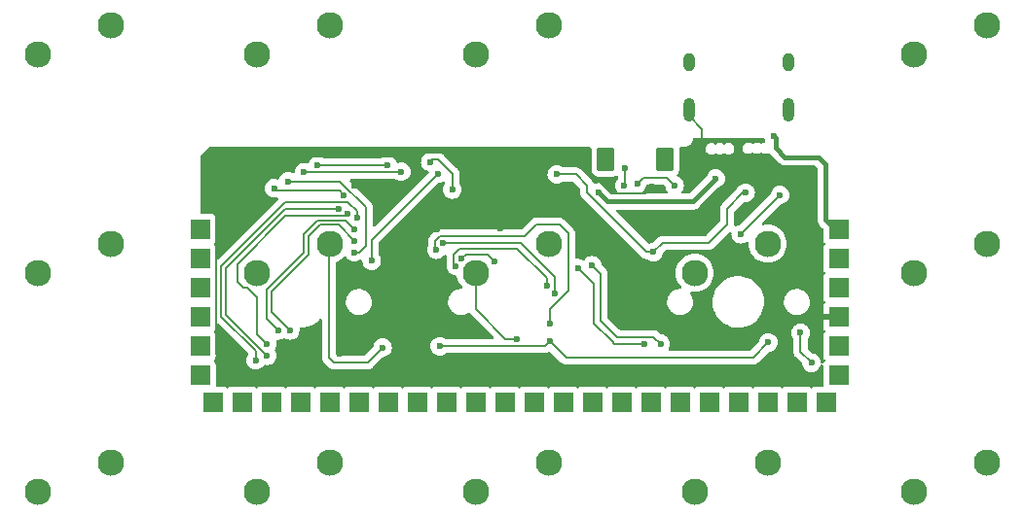
<source format=gbr>
%TF.GenerationSoftware,KiCad,Pcbnew,(7.0.0)*%
%TF.CreationDate,2023-03-18T12:34:52-05:00*%
%TF.ProjectId,Piggyback_2_0,50696767-7962-4616-936b-5f325f302e6b,rev?*%
%TF.SameCoordinates,Original*%
%TF.FileFunction,Copper,L1,Top*%
%TF.FilePolarity,Positive*%
%FSLAX46Y46*%
G04 Gerber Fmt 4.6, Leading zero omitted, Abs format (unit mm)*
G04 Created by KiCad (PCBNEW (7.0.0)) date 2023-03-18 12:34:52*
%MOMM*%
%LPD*%
G01*
G04 APERTURE LIST*
G04 Aperture macros list*
%AMRoundRect*
0 Rectangle with rounded corners*
0 $1 Rounding radius*
0 $2 $3 $4 $5 $6 $7 $8 $9 X,Y pos of 4 corners*
0 Add a 4 corners polygon primitive as box body*
4,1,4,$2,$3,$4,$5,$6,$7,$8,$9,$2,$3,0*
0 Add four circle primitives for the rounded corners*
1,1,$1+$1,$2,$3*
1,1,$1+$1,$4,$5*
1,1,$1+$1,$6,$7*
1,1,$1+$1,$8,$9*
0 Add four rect primitives between the rounded corners*
20,1,$1+$1,$2,$3,$4,$5,0*
20,1,$1+$1,$4,$5,$6,$7,0*
20,1,$1+$1,$6,$7,$8,$9,0*
20,1,$1+$1,$8,$9,$2,$3,0*%
G04 Aperture macros list end*
%TA.AperFunction,ComponentPad*%
%ADD10C,2.300000*%
%TD*%
%TA.AperFunction,ComponentPad*%
%ADD11R,1.700000X1.700000*%
%TD*%
%TA.AperFunction,SMDPad,CuDef*%
%ADD12RoundRect,0.100000X-0.625000X-0.900000X0.625000X-0.900000X0.625000X0.900000X-0.625000X0.900000X0*%
%TD*%
%TA.AperFunction,ComponentPad*%
%ADD13C,0.600000*%
%TD*%
%TA.AperFunction,ComponentPad*%
%ADD14O,1.000000X1.600000*%
%TD*%
%TA.AperFunction,ComponentPad*%
%ADD15O,1.000000X2.100000*%
%TD*%
%TA.AperFunction,ViaPad*%
%ADD16C,0.600000*%
%TD*%
%TA.AperFunction,Conductor*%
%ADD17C,0.200000*%
%TD*%
%TA.AperFunction,Conductor*%
%ADD18C,0.400000*%
%TD*%
G04 APERTURE END LIST*
D10*
%TO.P,SW2,1,1*%
%TO.N,unconnected-(SW2-Pad1)*%
X85883750Y-65722500D03*
%TO.P,SW2,2,2*%
%TO.N,unconnected-(SW2-Pad2)*%
X92233750Y-63182500D03*
%TD*%
%TO.P,SW12,1,1*%
%TO.N,unconnected-(SW12-Pad1)*%
X85883750Y-103822500D03*
%TO.P,SW12,2,2*%
%TO.N,unconnected-(SW12-Pad2)*%
X92233750Y-101282500D03*
%TD*%
%TO.P,SW5,1,1*%
%TO.N,unconnected-(SW5-Pad1)*%
X143033750Y-65722500D03*
%TO.P,SW5,2,2*%
%TO.N,unconnected-(SW5-Pad2)*%
X149383750Y-63182500D03*
%TD*%
%TO.P,SW9,1,1*%
%TO.N,Net-(D3-A)*%
X123983750Y-84772500D03*
%TO.P,SW9,2,2*%
%TO.N,GP1*%
X130333750Y-82232500D03*
%TD*%
%TO.P,SW14,1,1*%
%TO.N,unconnected-(SW14-Pad1)*%
X123983750Y-103822500D03*
%TO.P,SW14,2,2*%
%TO.N,unconnected-(SW14-Pad2)*%
X130333750Y-101282500D03*
%TD*%
D11*
%TO.P,J1,1,Pin_1*%
%TO.N,GP1*%
X136524999Y-93662499D03*
%TO.P,J1,2,Pin_2*%
%TO.N,GP0*%
X136524999Y-91122499D03*
%TO.P,J1,3,Pin_3*%
%TO.N,GND*%
X136524999Y-88582499D03*
%TO.P,J1,4,Pin_4*%
%TO.N,D+*%
X136524999Y-86042499D03*
%TO.P,J1,5,Pin_5*%
%TO.N,D-*%
X136524999Y-83502499D03*
%TO.P,J1,6,Pin_6*%
%TO.N,VBUS*%
X136524999Y-80962499D03*
%TD*%
D10*
%TO.P,SW15,1,1*%
%TO.N,unconnected-(SW15-Pad1)*%
X143033750Y-103822500D03*
%TO.P,SW15,2,2*%
%TO.N,unconnected-(SW15-Pad2)*%
X149383750Y-101282500D03*
%TD*%
%TO.P,SW7,1,1*%
%TO.N,GP23*%
X85883750Y-84772500D03*
%TO.P,SW7,2,2*%
%TO.N,Net-(D1-A)*%
X92233750Y-82232500D03*
%TD*%
%TO.P,SW10,1,1*%
%TO.N,unconnected-(SW10-Pad1)*%
X143033750Y-84772500D03*
%TO.P,SW10,2,2*%
%TO.N,unconnected-(SW10-Pad2)*%
X149383750Y-82232500D03*
%TD*%
%TO.P,SW11,1,1*%
%TO.N,unconnected-(SW11-Pad1)*%
X66833750Y-103822500D03*
%TO.P,SW11,2,2*%
%TO.N,unconnected-(SW11-Pad2)*%
X73183750Y-101282500D03*
%TD*%
%TO.P,SW3,1,1*%
%TO.N,unconnected-(SW3-Pad1)*%
X104933750Y-65722500D03*
%TO.P,SW3,2,2*%
%TO.N,unconnected-(SW3-Pad2)*%
X111283750Y-63182500D03*
%TD*%
%TO.P,SW1,1,1*%
%TO.N,unconnected-(SW1-Pad1)*%
X66833750Y-65722500D03*
%TO.P,SW1,2,2*%
%TO.N,unconnected-(SW1-Pad2)*%
X73183750Y-63182500D03*
%TD*%
%TO.P,SW8,1,1*%
%TO.N,Net-(D2-A)*%
X104933750Y-84772500D03*
%TO.P,SW8,2,2*%
%TO.N,GP0*%
X111283750Y-82232500D03*
%TD*%
%TO.P,SW6,1,1*%
%TO.N,unconnected-(SW6-Pad1)*%
X66833750Y-84772500D03*
%TO.P,SW6,2,2*%
%TO.N,unconnected-(SW6-Pad2)*%
X73183750Y-82232500D03*
%TD*%
%TO.P,SW13,1,1*%
%TO.N,unconnected-(SW13-Pad1)*%
X104933750Y-103822500D03*
%TO.P,SW13,2,2*%
%TO.N,unconnected-(SW13-Pad2)*%
X111283750Y-101282500D03*
%TD*%
D11*
%TO.P,J5,1,Pin_1*%
%TO.N,GP29*%
X80962499Y-80962499D03*
%TO.P,J5,2,Pin_2*%
%TO.N,GP28*%
X80962499Y-83502499D03*
%TO.P,J5,3,Pin_3*%
%TO.N,GP27*%
X80962499Y-86042499D03*
%TO.P,J5,4,Pin_4*%
%TO.N,GP26*%
X80962499Y-88582499D03*
%TO.P,J5,5,Pin_5*%
%TO.N,GP25*%
X80962499Y-91122499D03*
%TO.P,J5,6,Pin_6*%
%TO.N,GP24*%
X80962499Y-93662499D03*
%TD*%
%TO.P,J2,1,Pin_1*%
%TO.N,GP23*%
X82068749Y-96043749D03*
%TO.P,J2,2,Pin_2*%
%TO.N,GP22*%
X84608749Y-96043749D03*
%TO.P,J2,3,Pin_3*%
%TO.N,GP21*%
X87148749Y-96043749D03*
%TO.P,J2,4,Pin_4*%
%TO.N,GP20*%
X89688749Y-96043749D03*
%TO.P,J2,5,Pin_5*%
%TO.N,GP19*%
X92228749Y-96043749D03*
%TO.P,J2,6,Pin_6*%
%TO.N,GP18*%
X94768749Y-96043749D03*
%TO.P,J2,7,Pin_7*%
%TO.N,GP17*%
X97308749Y-96043749D03*
%TO.P,J2,8,Pin_8*%
%TO.N,GP16*%
X99848749Y-96043749D03*
%TO.P,J2,9,Pin_9*%
%TO.N,GP15*%
X102388749Y-96043749D03*
%TO.P,J2,10,Pin_10*%
%TO.N,GP14*%
X104928749Y-96043749D03*
%TO.P,J2,11,Pin_11*%
%TO.N,GP13*%
X107468749Y-96043749D03*
%TO.P,J2,12,Pin_12*%
%TO.N,GP12*%
X110008749Y-96043749D03*
%TO.P,J2,13,Pin_13*%
%TO.N,GP11*%
X112548749Y-96043749D03*
%TO.P,J2,14,Pin_14*%
%TO.N,GP10*%
X115088749Y-96043749D03*
%TO.P,J2,15,Pin_15*%
%TO.N,GP9*%
X117628749Y-96043749D03*
%TO.P,J2,16,Pin_16*%
%TO.N,GP8*%
X120168749Y-96043749D03*
%TO.P,J2,17,Pin_17*%
%TO.N,GP7*%
X122708749Y-96043749D03*
%TO.P,J2,18,Pin_18*%
%TO.N,GP6*%
X125248749Y-96043749D03*
%TO.P,J2,19,Pin_19*%
%TO.N,GP5*%
X127788749Y-96043749D03*
%TO.P,J2,20,Pin_20*%
%TO.N,GP4*%
X130328749Y-96043749D03*
%TO.P,J2,21,Pin_21*%
%TO.N,GP3*%
X132868749Y-96043749D03*
%TO.P,J2,22,Pin_22*%
%TO.N,GP2*%
X135408749Y-96043749D03*
%TD*%
D12*
%TO.P,EZ1,*%
%TO.N,*%
X121387500Y-74862500D03*
D13*
X121012500Y-74162500D03*
X116612500Y-74162500D03*
X121012500Y-74862500D03*
X116612500Y-75562500D03*
X121762500Y-75562500D03*
X116612500Y-74862500D03*
D12*
X116237500Y-74862500D03*
D13*
X121012500Y-75562500D03*
X115812500Y-75562500D03*
%TD*%
D14*
%TO.P,J3,S1,SHIELD*%
%TO.N,GND*%
X123473749Y-66418749D03*
D15*
X123473749Y-70598749D03*
D14*
X132113749Y-66418749D03*
D15*
X132113749Y-70598749D03*
%TD*%
D16*
%TO.N,GP1*%
X133200000Y-90000000D03*
X134143750Y-92600000D03*
X119612500Y-90962500D03*
X113812500Y-84362500D03*
%TO.N,GP0*%
X121012500Y-90962500D03*
X115065625Y-84109375D03*
%TO.N,GP29*%
X90000000Y-76000000D03*
X98470977Y-75970330D03*
%TO.N,GP28*%
X97283692Y-75366541D03*
X91200000Y-75400000D03*
%TO.N,+5V*%
X115612500Y-77762500D03*
X125812500Y-76562500D03*
%TO.N,GND*%
X94385951Y-77172827D03*
X106290188Y-75846844D03*
X113791009Y-77982731D03*
X109380535Y-77991270D03*
X123288724Y-81223910D03*
X99612500Y-74762500D03*
X107093934Y-80918198D03*
X123012500Y-74562500D03*
X106600000Y-77200000D03*
X93081917Y-91825124D03*
X129381250Y-76200000D03*
X93334350Y-87428208D03*
X84200000Y-78200000D03*
X97012500Y-86162500D03*
X120319849Y-77289573D03*
X100012500Y-82550000D03*
X100012500Y-80962500D03*
X90200000Y-90200000D03*
X117412500Y-87362500D03*
X114775000Y-74600000D03*
X101600000Y-80962500D03*
X121212500Y-79562500D03*
X94363957Y-85321280D03*
X134556509Y-88868846D03*
X98425000Y-80962500D03*
X100012500Y-79375000D03*
%TO.N,+3V3*%
X102893934Y-77518198D03*
X128412500Y-77800000D03*
X120412500Y-82962500D03*
X93467690Y-77984615D03*
X87400000Y-77400000D03*
X112000000Y-76200000D03*
X100989040Y-75120053D03*
%TO.N,+1V1*%
X95893934Y-83718198D03*
X101693934Y-76118198D03*
%TO.N,VBUS*%
X130832696Y-72842758D03*
%TO.N,D+*%
X118978131Y-77026646D03*
X122240054Y-77151106D03*
%TO.N,D-*%
X117862206Y-77162500D03*
X117938430Y-75622000D03*
%TO.N,RUN*%
X94400000Y-83000000D03*
X88600000Y-76800000D03*
%TO.N,QSPI_SS*%
X131400000Y-78000000D03*
X128000000Y-81400000D03*
%TO.N,GP20*%
X93000000Y-79200000D03*
X86800000Y-92000000D03*
%TO.N,GP19*%
X93800000Y-79600000D03*
X86800000Y-91000000D03*
%TO.N,GP18*%
X85800000Y-92400000D03*
X94600000Y-80000000D03*
%TO.N,GP17*%
X87800000Y-89800000D03*
X94400000Y-81000000D03*
%TO.N,GP16*%
X94400000Y-82000000D03*
X88800000Y-89800000D03*
%TO.N,GP7*%
X101812500Y-91162500D03*
X130396762Y-90829792D03*
X111412500Y-90762500D03*
%TO.N,GP6*%
X111412500Y-89162500D03*
X101516303Y-82761847D03*
%TO.N,GP5*%
X103208339Y-84187765D03*
X111112657Y-85865846D03*
%TO.N,GP4*%
X102084633Y-82201129D03*
X111812500Y-86533621D03*
%TO.N,GP3*%
X106612500Y-83762500D03*
X103703287Y-83536519D03*
%TO.N,Net-(D1-A)*%
X96837500Y-91281250D03*
%TO.N,Net-(D2-A)*%
X108493934Y-90518198D03*
%TD*%
D17*
%TO.N,GP1*%
X119612500Y-90962500D02*
X117012500Y-90962500D01*
X115212500Y-89162500D02*
X115212500Y-88162500D01*
X133200000Y-91656250D02*
X133200000Y-90000000D01*
X117012500Y-90962500D02*
X116812500Y-90762500D01*
X116812500Y-90762500D02*
X115212500Y-89162500D01*
X115212500Y-85762500D02*
X113812500Y-84362500D01*
X134143750Y-92600000D02*
X133200000Y-91656250D01*
X115212500Y-88162500D02*
X115212500Y-85762500D01*
%TO.N,GP0*%
X115812500Y-84856250D02*
X115065625Y-84109375D01*
X116412500Y-89562500D02*
X117212500Y-90362500D01*
X116412500Y-89562500D02*
X115812500Y-88962500D01*
X117212500Y-90362500D02*
X118412500Y-90362500D01*
X118412500Y-90362500D02*
X118612500Y-90362500D01*
X121012500Y-90962500D02*
X120412500Y-90362500D01*
X115812500Y-88962500D02*
X115812500Y-84856250D01*
X120412500Y-90362500D02*
X118412500Y-90362500D01*
%TO.N,GP29*%
X98441307Y-76000000D02*
X98470977Y-75970330D01*
X90000000Y-76000000D02*
X98441307Y-76000000D01*
%TO.N,GP28*%
X97250233Y-75400000D02*
X97283692Y-75366541D01*
X91200000Y-75400000D02*
X97250233Y-75400000D01*
D18*
%TO.N,+5V*%
X123843750Y-78562500D02*
X123843750Y-78531250D01*
X123843750Y-78531250D02*
X125812500Y-76562500D01*
X115612500Y-77762500D02*
X116412500Y-78562500D01*
X116412500Y-78562500D02*
X123843750Y-78562500D01*
D17*
%TO.N,GND*%
X106600000Y-77200000D02*
X106290188Y-76890188D01*
X99612500Y-74762500D02*
X100092690Y-74282310D01*
X117412500Y-87362500D02*
X121812500Y-82962500D01*
X107093934Y-78906066D02*
X107093934Y-79106066D01*
X123473750Y-70598750D02*
X123473750Y-71086250D01*
X87800000Y-74600000D02*
X84200000Y-78200000D01*
X93678720Y-85321280D02*
X94363957Y-85321280D01*
X124568750Y-74562500D02*
X125412500Y-75406250D01*
X84400000Y-93800000D02*
X86800000Y-93800000D01*
X124412500Y-86962500D02*
X124412500Y-88962500D01*
X128012500Y-83362500D02*
X124412500Y-86962500D01*
X112575000Y-74600000D02*
X114775000Y-74600000D01*
X95321280Y-85321280D02*
X94363957Y-85321280D01*
X106651246Y-77251246D02*
X107093934Y-77693934D01*
X86800000Y-93800000D02*
X90200000Y-90400000D01*
X130212500Y-85162500D02*
X133612500Y-85162500D01*
X130968750Y-88900000D02*
X134525355Y-88900000D01*
X125412500Y-75406250D02*
X126206250Y-75406250D01*
X124412500Y-88962500D02*
X123412500Y-89962500D01*
X133400000Y-76200000D02*
X134556509Y-77356509D01*
X133612500Y-85162500D02*
X134556509Y-86106509D01*
X99612500Y-74762500D02*
X99450000Y-74600000D01*
X123412500Y-89962500D02*
X122412500Y-89962500D01*
X112575000Y-74600000D02*
X113450000Y-74600000D01*
X136525000Y-88582500D02*
X134842855Y-88582500D01*
X113791009Y-77982731D02*
X109389074Y-77982731D01*
X134556509Y-86106509D02*
X134556509Y-88868846D01*
X93334350Y-85665650D02*
X93678720Y-85321280D01*
X128312634Y-76200000D02*
X133400000Y-76200000D01*
X96162500Y-86162500D02*
X95321280Y-85321280D01*
X97012500Y-83962500D02*
X97012500Y-86162500D01*
X104725654Y-74282310D02*
X106290188Y-75846844D01*
X107093934Y-79106066D02*
X107093934Y-79293934D01*
X113450000Y-74600000D02*
X116729346Y-77879346D01*
X99027173Y-77172827D02*
X99612500Y-76587500D01*
X82400000Y-80000000D02*
X84200000Y-78200000D01*
X101681066Y-79293934D02*
X100012500Y-80962500D01*
X134556509Y-77356509D02*
X134556509Y-88868846D01*
X107537032Y-74600000D02*
X106290188Y-75846844D01*
X127518884Y-75406250D02*
X128312634Y-76200000D01*
X90200000Y-90400000D02*
X90200000Y-90200000D01*
X93081917Y-91825124D02*
X93081917Y-89718083D01*
X106290188Y-75846844D02*
X106290188Y-76509812D01*
X99450000Y-74600000D02*
X87800000Y-74600000D01*
X97012500Y-86162500D02*
X96162500Y-86162500D01*
X113791009Y-81341009D02*
X113791009Y-77982731D01*
X123288724Y-81223910D02*
X128312634Y-76200000D01*
X126206250Y-75406250D02*
X127518884Y-75406250D01*
X109389074Y-77982731D02*
X109380535Y-77991270D01*
X122873910Y-81223910D02*
X121212500Y-79562500D01*
X109380535Y-77991270D02*
X108008730Y-77991270D01*
X121812500Y-82962500D02*
X128012500Y-82962500D01*
X123288724Y-81223910D02*
X122873910Y-81223910D01*
X123473750Y-71086250D02*
X124618750Y-72231250D01*
X107093934Y-77693934D02*
X107093934Y-79106066D01*
X83400000Y-92800000D02*
X82400000Y-91800000D01*
X94385951Y-77172827D02*
X99027173Y-77172827D01*
X124618750Y-72231250D02*
X124618750Y-73661100D01*
X128012500Y-82962500D02*
X130212500Y-85162500D01*
X107537032Y-74600000D02*
X112575000Y-74600000D01*
X93081917Y-89718083D02*
X93334350Y-89465650D01*
X82400000Y-91800000D02*
X82400000Y-80000000D01*
X106290188Y-76890188D02*
X106290188Y-76509812D01*
X99612500Y-76587500D02*
X99612500Y-74762500D01*
X119730076Y-77879346D02*
X120319849Y-77289573D01*
X83400000Y-92800000D02*
X84400000Y-93800000D01*
X128012500Y-82962500D02*
X128012500Y-83362500D01*
X107093934Y-79293934D02*
X101681066Y-79293934D01*
X108008730Y-77991270D02*
X107093934Y-78906066D01*
X121212500Y-79562500D02*
X121212500Y-79587599D01*
X93334350Y-87428208D02*
X93334350Y-85665650D01*
X124618750Y-73661100D02*
X123717350Y-74562500D01*
X122412500Y-89962500D02*
X113791009Y-81341009D01*
X93334350Y-89465650D02*
X93334350Y-87428208D01*
X107093934Y-79293934D02*
X107093934Y-80918198D01*
X129906250Y-89962500D02*
X130968750Y-88900000D01*
X134525355Y-88900000D02*
X134556509Y-88868846D01*
X134842855Y-88582500D02*
X134556509Y-88868846D01*
X100012500Y-80962500D02*
X97012500Y-83962500D01*
X123012500Y-74562500D02*
X124568750Y-74562500D01*
X123717350Y-74562500D02*
X123012500Y-74562500D01*
X116729346Y-77879346D02*
X119730076Y-77879346D01*
X100092690Y-74282310D02*
X104725654Y-74282310D01*
X123412500Y-89962500D02*
X129906250Y-89962500D01*
%TO.N,+3V3*%
X114612500Y-77762500D02*
X119812500Y-82962500D01*
X126812500Y-80562500D02*
X125212500Y-82162500D01*
X114612500Y-77162500D02*
X114612500Y-77762500D01*
X102893934Y-76118198D02*
X101693934Y-74918198D01*
X119812500Y-82962500D02*
X120412500Y-82962500D01*
X125212500Y-82162500D02*
X121212500Y-82162500D01*
X93467690Y-77984615D02*
X93083075Y-77600000D01*
X112000000Y-76200000D02*
X113650000Y-76200000D01*
X101693934Y-74918198D02*
X101190895Y-74918198D01*
X102893934Y-77518198D02*
X102893934Y-76118198D01*
X87600000Y-77600000D02*
X93083075Y-77600000D01*
X113650000Y-76200000D02*
X114612500Y-77162500D01*
X101190895Y-74918198D02*
X100989040Y-75120053D01*
X87600000Y-77600000D02*
X87400000Y-77400000D01*
X128412500Y-77800000D02*
X128200000Y-77800000D01*
X126812500Y-79187500D02*
X126812500Y-80562500D01*
X121212500Y-82162500D02*
X120412500Y-82962500D01*
X128200000Y-77800000D02*
X126812500Y-79187500D01*
%TO.N,+1V1*%
X95893934Y-81906066D02*
X101681802Y-76118198D01*
X101681802Y-76118198D02*
X101693934Y-76118198D01*
X95893934Y-83718198D02*
X95893934Y-81906066D01*
D18*
%TO.N,VBUS*%
X130832696Y-72842758D02*
X131038411Y-73048473D01*
X131832161Y-74682161D02*
X131038411Y-73888411D01*
X136226037Y-80962500D02*
X136525000Y-80962500D01*
X131038411Y-73048473D02*
X131038411Y-73888411D01*
X135361854Y-75317820D02*
X134726195Y-74682161D01*
X134726195Y-74682161D02*
X131832161Y-74682161D01*
X135361854Y-80098317D02*
X135361854Y-75317820D01*
X135361854Y-80098317D02*
X136226037Y-80962500D01*
D17*
%TO.N,D+*%
X121555827Y-76466879D02*
X120704412Y-76466879D01*
X119537898Y-76466879D02*
X118978131Y-77026646D01*
X120704412Y-76466879D02*
X119537898Y-76466879D01*
X122240054Y-77151106D02*
X121555827Y-76466879D01*
%TO.N,D-*%
X117862206Y-77162500D02*
X117938430Y-77063332D01*
X117938430Y-77063332D02*
X117938430Y-75622000D01*
%TO.N,RUN*%
X94800000Y-83000000D02*
X95400000Y-82400000D01*
X95400000Y-79055470D02*
X93144530Y-76800000D01*
X93144530Y-76800000D02*
X88600000Y-76800000D01*
X94400000Y-83000000D02*
X94800000Y-83000000D01*
X95400000Y-82400000D02*
X95400000Y-79055470D01*
%TO.N,QSPI_SS*%
X128000000Y-81400000D02*
X131400000Y-78000000D01*
%TO.N,GP20*%
X83200000Y-84400000D02*
X88400000Y-79200000D01*
X83200000Y-88400000D02*
X83200000Y-84400000D01*
X86800000Y-92000000D02*
X83200000Y-88400000D01*
X88400000Y-79200000D02*
X93000000Y-79200000D01*
%TO.N,GP19*%
X84723069Y-86052253D02*
X85087676Y-86052253D01*
X93600000Y-79800000D02*
X88400000Y-79800000D01*
X84200000Y-84000000D02*
X84200000Y-85529184D01*
X93800000Y-79600000D02*
X93600000Y-79800000D01*
X85920731Y-90120731D02*
X86800000Y-91000000D01*
X85920731Y-86885308D02*
X85920731Y-90120731D01*
X85087676Y-86052253D02*
X85920731Y-86885308D01*
X88400000Y-79800000D02*
X84200000Y-84000000D01*
X84200000Y-85529184D02*
X84723069Y-86052253D01*
%TO.N,GP18*%
X82800000Y-84200000D02*
X88400000Y-78600000D01*
X85800000Y-91600000D02*
X82800000Y-88600000D01*
X93800000Y-78600000D02*
X94600000Y-79400000D01*
X85800000Y-92400000D02*
X85800000Y-91600000D01*
X82800000Y-88600000D02*
X82800000Y-84200000D01*
X88400000Y-78600000D02*
X93800000Y-78600000D01*
X94600000Y-79400000D02*
X94600000Y-80000000D01*
%TO.N,GP17*%
X86800000Y-86200000D02*
X86800000Y-88800000D01*
X90000000Y-81400000D02*
X91200000Y-80200000D01*
X86800000Y-88800000D02*
X87800000Y-89800000D01*
X86800000Y-86200000D02*
X90000000Y-83000000D01*
X91200000Y-80200000D02*
X93600000Y-80200000D01*
X94400000Y-81000000D02*
X93600000Y-80200000D01*
X90000000Y-81400000D02*
X90000000Y-83000000D01*
%TO.N,GP16*%
X87200000Y-86400000D02*
X90400000Y-83200000D01*
X90400000Y-81600000D02*
X91400000Y-80600000D01*
X90400000Y-81600000D02*
X90400000Y-83200000D01*
X91400000Y-80600000D02*
X93000000Y-80600000D01*
X87200000Y-88200000D02*
X88800000Y-89800000D01*
X87200000Y-86400000D02*
X87200000Y-88200000D01*
X94400000Y-82000000D02*
X93000000Y-80600000D01*
%TO.N,GP7*%
X129064054Y-92162500D02*
X130396762Y-90829792D01*
X126437500Y-92162500D02*
X112812500Y-92162500D01*
X101812500Y-91162500D02*
X111012500Y-91162500D01*
X112812500Y-92162500D02*
X111412500Y-90762500D01*
X126437500Y-92162500D02*
X129064054Y-92162500D01*
X111012500Y-91162500D02*
X111412500Y-90762500D01*
%TO.N,GP6*%
X113012500Y-86290520D02*
X111412500Y-87890520D01*
X101412500Y-82658044D02*
X101412500Y-81962500D01*
X113012500Y-81362500D02*
X113012500Y-86290520D01*
X101516303Y-82761847D02*
X101412500Y-82658044D01*
X111412500Y-87890520D02*
X111412500Y-89162500D01*
X101412500Y-81962500D02*
X101812500Y-81562500D01*
X112212500Y-80562500D02*
X113012500Y-81362500D01*
X101812500Y-81562500D02*
X109212500Y-81562500D01*
X109212500Y-81562500D02*
X110212500Y-80562500D01*
X110212500Y-80562500D02*
X112212500Y-80562500D01*
%TO.N,GP5*%
X103208339Y-84187765D02*
X103012500Y-83991926D01*
X111112657Y-85230855D02*
X111112657Y-85865846D01*
X103012500Y-83162500D02*
X103504725Y-82670275D01*
X103504725Y-82670275D02*
X108552077Y-82670275D01*
X103012500Y-83991926D02*
X103012500Y-83162500D01*
X108552077Y-82670275D02*
X111112657Y-85230855D01*
%TO.N,GP4*%
X108878078Y-82201129D02*
X111812500Y-85135551D01*
X111812500Y-85135551D02*
X111812500Y-86533621D01*
X102084633Y-82201129D02*
X108878078Y-82201129D01*
%TO.N,GP3*%
X103703287Y-83536519D02*
X104077306Y-83162500D01*
X104077306Y-83162500D02*
X106012500Y-83162500D01*
X106012500Y-83162500D02*
X106612500Y-83762500D01*
%TO.N,Net-(D1-A)*%
X92562500Y-92562500D02*
X92200000Y-92200000D01*
X96837500Y-91281250D02*
X95556250Y-92562500D01*
X95556250Y-92562500D02*
X92562500Y-92562500D01*
X92200000Y-92200000D02*
X92200000Y-82266250D01*
%TO.N,Net-(D2-A)*%
X104933750Y-87958014D02*
X104933750Y-84772500D01*
X108493934Y-90518198D02*
X107493934Y-90518198D01*
X107493934Y-90518198D02*
X104933750Y-87958014D01*
%TD*%
%TA.AperFunction,Conductor*%
%TO.N,GND*%
G36*
X130000883Y-73035513D02*
G01*
X130042861Y-73065299D01*
X130069422Y-73109379D01*
X130099653Y-73195773D01*
X130103415Y-73201760D01*
X130103416Y-73201762D01*
X130125400Y-73236749D01*
X130144456Y-73295757D01*
X130133057Y-73356710D01*
X130093964Y-73404844D01*
X130036645Y-73428501D01*
X130010216Y-73432301D01*
X130010208Y-73432303D01*
X130001293Y-73433585D01*
X129993100Y-73437326D01*
X129993095Y-73437328D01*
X129878578Y-73489627D01*
X129878574Y-73489629D01*
X129870377Y-73493373D01*
X129863568Y-73499272D01*
X129863560Y-73499278D01*
X129856255Y-73505608D01*
X129803449Y-73532828D01*
X129744041Y-73532826D01*
X129691236Y-73505602D01*
X129683935Y-73499275D01*
X129683932Y-73499273D01*
X129677123Y-73493373D01*
X129668923Y-73489628D01*
X129554404Y-73437328D01*
X129554401Y-73437327D01*
X129546207Y-73433585D01*
X129537294Y-73432303D01*
X129537289Y-73432302D01*
X129443994Y-73418889D01*
X129443992Y-73418888D01*
X129439549Y-73418250D01*
X129367951Y-73418250D01*
X129363508Y-73418888D01*
X129363505Y-73418889D01*
X129270210Y-73432302D01*
X129270203Y-73432303D01*
X129261293Y-73433585D01*
X129253100Y-73437326D01*
X129253095Y-73437328D01*
X129138578Y-73489627D01*
X129138574Y-73489629D01*
X129130377Y-73493373D01*
X129123568Y-73499272D01*
X129123560Y-73499278D01*
X129116255Y-73505608D01*
X129063449Y-73532828D01*
X129004041Y-73532826D01*
X128951236Y-73505602D01*
X128943935Y-73499275D01*
X128943932Y-73499273D01*
X128937123Y-73493373D01*
X128928923Y-73489628D01*
X128814404Y-73437328D01*
X128814401Y-73437327D01*
X128806207Y-73433585D01*
X128797294Y-73432303D01*
X128797289Y-73432302D01*
X128703994Y-73418889D01*
X128703992Y-73418888D01*
X128699549Y-73418250D01*
X128627951Y-73418250D01*
X128623508Y-73418888D01*
X128623505Y-73418889D01*
X128530210Y-73432302D01*
X128530203Y-73432303D01*
X128521293Y-73433585D01*
X128513100Y-73437326D01*
X128513095Y-73437328D01*
X128398578Y-73489627D01*
X128398574Y-73489629D01*
X128390377Y-73493373D01*
X128383566Y-73499274D01*
X128383564Y-73499276D01*
X128288417Y-73581720D01*
X128288413Y-73581724D01*
X128281607Y-73587622D01*
X128276737Y-73595199D01*
X128276735Y-73595202D01*
X128208668Y-73701117D01*
X128203797Y-73708697D01*
X128201258Y-73717340D01*
X128201258Y-73717343D01*
X128171335Y-73819255D01*
X128163250Y-73846789D01*
X128163250Y-73990711D01*
X128165787Y-73999354D01*
X128165788Y-73999355D01*
X128199273Y-74113396D01*
X128203797Y-74128803D01*
X128281607Y-74249878D01*
X128390377Y-74344127D01*
X128521293Y-74403915D01*
X128627951Y-74419250D01*
X128695054Y-74419250D01*
X128699549Y-74419250D01*
X128806207Y-74403915D01*
X128937123Y-74344127D01*
X128951237Y-74331896D01*
X129004044Y-74304673D01*
X129063456Y-74304673D01*
X129116262Y-74331896D01*
X129130377Y-74344127D01*
X129261293Y-74403915D01*
X129367951Y-74419250D01*
X129435054Y-74419250D01*
X129439549Y-74419250D01*
X129546207Y-74403915D01*
X129677123Y-74344127D01*
X129691237Y-74331896D01*
X129744044Y-74304673D01*
X129803456Y-74304673D01*
X129856262Y-74331896D01*
X129870377Y-74344127D01*
X130001293Y-74403915D01*
X130107951Y-74419250D01*
X130175054Y-74419250D01*
X130179549Y-74419250D01*
X130286207Y-74403915D01*
X130386953Y-74357905D01*
X130433758Y-74346641D01*
X130481375Y-74353754D01*
X130522845Y-74378206D01*
X130545043Y-74397871D01*
X130549727Y-74402021D01*
X130555268Y-74407238D01*
X131313332Y-75165302D01*
X131318549Y-75170843D01*
X131358888Y-75216376D01*
X131365160Y-75220705D01*
X131365161Y-75220706D01*
X131408929Y-75250917D01*
X131415060Y-75255428D01*
X131430126Y-75267232D01*
X131462935Y-75292936D01*
X131472233Y-75297120D01*
X131492087Y-75308318D01*
X131500486Y-75314115D01*
X131557364Y-75335685D01*
X131564338Y-75338574D01*
X131619832Y-75363550D01*
X131629866Y-75365388D01*
X131651823Y-75371509D01*
X131661360Y-75375126D01*
X131721765Y-75382460D01*
X131729213Y-75383594D01*
X131789068Y-75394563D01*
X131849770Y-75390891D01*
X131857379Y-75390661D01*
X134380535Y-75390661D01*
X134428753Y-75400252D01*
X134469630Y-75427566D01*
X134616449Y-75574385D01*
X134643763Y-75615262D01*
X134653354Y-75663480D01*
X134653354Y-80073099D01*
X134653124Y-80080707D01*
X134651714Y-80104023D01*
X134649452Y-80141410D01*
X134654006Y-80166263D01*
X134660413Y-80201228D01*
X134661558Y-80208749D01*
X134667969Y-80261547D01*
X134667970Y-80261551D01*
X134668889Y-80269118D01*
X134672506Y-80278657D01*
X134678623Y-80300600D01*
X134680465Y-80310646D01*
X134683587Y-80317583D01*
X134683590Y-80317592D01*
X134705426Y-80366110D01*
X134708337Y-80373139D01*
X134727193Y-80422858D01*
X134727198Y-80422867D01*
X134729900Y-80429992D01*
X134734232Y-80436268D01*
X134735691Y-80438382D01*
X134746891Y-80458239D01*
X134747950Y-80460593D01*
X134747953Y-80460598D01*
X134751079Y-80467543D01*
X134755775Y-80473537D01*
X134755777Y-80473540D01*
X134788579Y-80515408D01*
X134793089Y-80521538D01*
X134823306Y-80565315D01*
X134823313Y-80565323D01*
X134827639Y-80571590D01*
X134871713Y-80610636D01*
X134873170Y-80611927D01*
X134878711Y-80617144D01*
X135129595Y-80868028D01*
X135156909Y-80908905D01*
X135166500Y-80957123D01*
X135166500Y-81861138D01*
X135166859Y-81864485D01*
X135166860Y-81864488D01*
X135172168Y-81913867D01*
X135172169Y-81913873D01*
X135173011Y-81921701D01*
X135175762Y-81929078D01*
X135175763Y-81929080D01*
X135220962Y-82050263D01*
X135220964Y-82050266D01*
X135224111Y-82058704D01*
X135279761Y-82133043D01*
X135297688Y-82156991D01*
X135319940Y-82205717D01*
X135319940Y-82259283D01*
X135297688Y-82308008D01*
X135224111Y-82406296D01*
X135220965Y-82414730D01*
X135220962Y-82414736D01*
X135175763Y-82535919D01*
X135175761Y-82535923D01*
X135173011Y-82543299D01*
X135172169Y-82551125D01*
X135172168Y-82551132D01*
X135167997Y-82589937D01*
X135166500Y-82603862D01*
X135166500Y-84401138D01*
X135166859Y-84404485D01*
X135166860Y-84404488D01*
X135172168Y-84453867D01*
X135172169Y-84453873D01*
X135173011Y-84461701D01*
X135175762Y-84469078D01*
X135175763Y-84469080D01*
X135220962Y-84590263D01*
X135220964Y-84590266D01*
X135224111Y-84598704D01*
X135292282Y-84689769D01*
X135297688Y-84696991D01*
X135319940Y-84745717D01*
X135319940Y-84799283D01*
X135297688Y-84848008D01*
X135224111Y-84946296D01*
X135220965Y-84954730D01*
X135220962Y-84954736D01*
X135175763Y-85075919D01*
X135175761Y-85075923D01*
X135173011Y-85083299D01*
X135172169Y-85091125D01*
X135172168Y-85091132D01*
X135170219Y-85109265D01*
X135166500Y-85143862D01*
X135166500Y-86941138D01*
X135166859Y-86944485D01*
X135166860Y-86944488D01*
X135172168Y-86993867D01*
X135172169Y-86993873D01*
X135173011Y-87001701D01*
X135175762Y-87009078D01*
X135175763Y-87009080D01*
X135220962Y-87130263D01*
X135220964Y-87130266D01*
X135224111Y-87138704D01*
X135298002Y-87237410D01*
X135320252Y-87286132D01*
X135320253Y-87339699D01*
X135298000Y-87388425D01*
X135229954Y-87479324D01*
X135221405Y-87494980D01*
X135176259Y-87616021D01*
X135172662Y-87631242D01*
X135167359Y-87680561D01*
X135167000Y-87687277D01*
X135167000Y-88311910D01*
X135170506Y-88324993D01*
X135183590Y-88328500D01*
X136398500Y-88328500D01*
X136461500Y-88345381D01*
X136507619Y-88391500D01*
X136524500Y-88454500D01*
X136524500Y-88710500D01*
X136507619Y-88773500D01*
X136461500Y-88819619D01*
X136398500Y-88836500D01*
X135183590Y-88836500D01*
X135170506Y-88840006D01*
X135167000Y-88853090D01*
X135167000Y-89477723D01*
X135167359Y-89484438D01*
X135172662Y-89533757D01*
X135176259Y-89548978D01*
X135221405Y-89670019D01*
X135229954Y-89685675D01*
X135298000Y-89776574D01*
X135320252Y-89825300D01*
X135320253Y-89878866D01*
X135298000Y-89927592D01*
X135231136Y-90016912D01*
X135224111Y-90026296D01*
X135220965Y-90034730D01*
X135220962Y-90034736D01*
X135175763Y-90155919D01*
X135175761Y-90155923D01*
X135173011Y-90163299D01*
X135172169Y-90171125D01*
X135172168Y-90171132D01*
X135169206Y-90198689D01*
X135166500Y-90223862D01*
X135166500Y-92021138D01*
X135166859Y-92024485D01*
X135166860Y-92024488D01*
X135172168Y-92073867D01*
X135172169Y-92073873D01*
X135173011Y-92081701D01*
X135175762Y-92089078D01*
X135175763Y-92089080D01*
X135220962Y-92210263D01*
X135220964Y-92210266D01*
X135224111Y-92218704D01*
X135297688Y-92316991D01*
X135319940Y-92365717D01*
X135319940Y-92419283D01*
X135297688Y-92468008D01*
X135224111Y-92566296D01*
X135220964Y-92574731D01*
X135220960Y-92574740D01*
X135200570Y-92629408D01*
X135161675Y-92683403D01*
X135100700Y-92710055D01*
X135034653Y-92701930D01*
X134981955Y-92661293D01*
X134957307Y-92599482D01*
X134936967Y-92418953D01*
X134876793Y-92246985D01*
X134779861Y-92092719D01*
X134651031Y-91963889D01*
X134645037Y-91960123D01*
X134645035Y-91960121D01*
X134502756Y-91870721D01*
X134502753Y-91870719D01*
X134496765Y-91866957D01*
X134490089Y-91864621D01*
X134490085Y-91864619D01*
X134331476Y-91809120D01*
X134331475Y-91809119D01*
X134324797Y-91806783D01*
X134317776Y-91805991D01*
X134317768Y-91805990D01*
X134240452Y-91797279D01*
X134199890Y-91785593D01*
X134165465Y-91761166D01*
X133845405Y-91441106D01*
X133818091Y-91400229D01*
X133808500Y-91352011D01*
X133808500Y-90584722D01*
X133815571Y-90543106D01*
X133834458Y-90508933D01*
X133836111Y-90507281D01*
X133933043Y-90353015D01*
X133993217Y-90181047D01*
X134013616Y-90000000D01*
X133993217Y-89818953D01*
X133933043Y-89646985D01*
X133913544Y-89615952D01*
X133839878Y-89498714D01*
X133839877Y-89498713D01*
X133836111Y-89492719D01*
X133707281Y-89363889D01*
X133701287Y-89360123D01*
X133701285Y-89360121D01*
X133559006Y-89270721D01*
X133559003Y-89270719D01*
X133553015Y-89266957D01*
X133546339Y-89264621D01*
X133546335Y-89264619D01*
X133387724Y-89209119D01*
X133387720Y-89209118D01*
X133381047Y-89206783D01*
X133342013Y-89202385D01*
X133207029Y-89187176D01*
X133200000Y-89186384D01*
X133192971Y-89187176D01*
X133025981Y-89205991D01*
X133025979Y-89205991D01*
X133018953Y-89206783D01*
X133012280Y-89209117D01*
X133012275Y-89209119D01*
X132853664Y-89264619D01*
X132853656Y-89264622D01*
X132846985Y-89266957D01*
X132841000Y-89270717D01*
X132840993Y-89270721D01*
X132698714Y-89360121D01*
X132698707Y-89360126D01*
X132692719Y-89363889D01*
X132687714Y-89368893D01*
X132687710Y-89368897D01*
X132568897Y-89487710D01*
X132568893Y-89487714D01*
X132563889Y-89492719D01*
X132560126Y-89498707D01*
X132560121Y-89498714D01*
X132470721Y-89640993D01*
X132470717Y-89641000D01*
X132466957Y-89646985D01*
X132464622Y-89653656D01*
X132464619Y-89653664D01*
X132409119Y-89812275D01*
X132409117Y-89812280D01*
X132406783Y-89818953D01*
X132405991Y-89825979D01*
X132405991Y-89825981D01*
X132394439Y-89928513D01*
X132386384Y-90000000D01*
X132387176Y-90007029D01*
X132405457Y-90169283D01*
X132406783Y-90181047D01*
X132409118Y-90187720D01*
X132409119Y-90187724D01*
X132464619Y-90346335D01*
X132464621Y-90346339D01*
X132466957Y-90353015D01*
X132470719Y-90359003D01*
X132470721Y-90359006D01*
X132553262Y-90490369D01*
X132563889Y-90507281D01*
X132565541Y-90508933D01*
X132584429Y-90543106D01*
X132591500Y-90584722D01*
X132591500Y-91608114D01*
X132590422Y-91624557D01*
X132586250Y-91656250D01*
X132587328Y-91664439D01*
X132591500Y-91696130D01*
X132591500Y-91696135D01*
X132603664Y-91788531D01*
X132606083Y-91806912D01*
X132606084Y-91806918D01*
X132607162Y-91815101D01*
X132610321Y-91822729D01*
X132610322Y-91822730D01*
X132665315Y-91955496D01*
X132665316Y-91955499D01*
X132668476Y-91963126D01*
X132673502Y-91969677D01*
X132673504Y-91969679D01*
X132741523Y-92058322D01*
X132739813Y-92059634D01*
X132739814Y-92059636D01*
X132741525Y-92058324D01*
X132766013Y-92090237D01*
X132772558Y-92095259D01*
X132772562Y-92095263D01*
X132791379Y-92109702D01*
X132803770Y-92120569D01*
X133304916Y-92621715D01*
X133329343Y-92656140D01*
X133341029Y-92696702D01*
X133349740Y-92774018D01*
X133349741Y-92774026D01*
X133350533Y-92781047D01*
X133352869Y-92787725D01*
X133352870Y-92787726D01*
X133408369Y-92946335D01*
X133408371Y-92946339D01*
X133410707Y-92953015D01*
X133414469Y-92959003D01*
X133414471Y-92959006D01*
X133501294Y-93097184D01*
X133507639Y-93107281D01*
X133636469Y-93236111D01*
X133790735Y-93333043D01*
X133962703Y-93393217D01*
X134143750Y-93413616D01*
X134324797Y-93393217D01*
X134496765Y-93333043D01*
X134651031Y-93236111D01*
X134779861Y-93107281D01*
X134876793Y-92953015D01*
X134921571Y-92825045D01*
X134961940Y-92768150D01*
X135026392Y-92741453D01*
X135095169Y-92753139D01*
X135147187Y-92799625D01*
X135166500Y-92866661D01*
X135166500Y-94559250D01*
X135149619Y-94622250D01*
X135103500Y-94668369D01*
X135040500Y-94685250D01*
X134510112Y-94685250D01*
X134506765Y-94685609D01*
X134506761Y-94685610D01*
X134457382Y-94690918D01*
X134457375Y-94690919D01*
X134449549Y-94691761D01*
X134442173Y-94694511D01*
X134442169Y-94694513D01*
X134320986Y-94739712D01*
X134320980Y-94739715D01*
X134312546Y-94742861D01*
X134214259Y-94816438D01*
X134165533Y-94838690D01*
X134111967Y-94838690D01*
X134063241Y-94816438D01*
X133964954Y-94742861D01*
X133956516Y-94739714D01*
X133956513Y-94739712D01*
X133835330Y-94694513D01*
X133835328Y-94694512D01*
X133827951Y-94691761D01*
X133820123Y-94690919D01*
X133820117Y-94690918D01*
X133770738Y-94685610D01*
X133770735Y-94685609D01*
X133767388Y-94685250D01*
X131970112Y-94685250D01*
X131966765Y-94685609D01*
X131966761Y-94685610D01*
X131917382Y-94690918D01*
X131917375Y-94690919D01*
X131909549Y-94691761D01*
X131902173Y-94694511D01*
X131902169Y-94694513D01*
X131780986Y-94739712D01*
X131780980Y-94739715D01*
X131772546Y-94742861D01*
X131674259Y-94816438D01*
X131625533Y-94838690D01*
X131571967Y-94838690D01*
X131523241Y-94816438D01*
X131424954Y-94742861D01*
X131416516Y-94739714D01*
X131416513Y-94739712D01*
X131295330Y-94694513D01*
X131295328Y-94694512D01*
X131287951Y-94691761D01*
X131280123Y-94690919D01*
X131280117Y-94690918D01*
X131230738Y-94685610D01*
X131230735Y-94685609D01*
X131227388Y-94685250D01*
X129430112Y-94685250D01*
X129426765Y-94685609D01*
X129426761Y-94685610D01*
X129377382Y-94690918D01*
X129377375Y-94690919D01*
X129369549Y-94691761D01*
X129362173Y-94694511D01*
X129362169Y-94694513D01*
X129240986Y-94739712D01*
X129240980Y-94739715D01*
X129232546Y-94742861D01*
X129134259Y-94816438D01*
X129085533Y-94838690D01*
X129031967Y-94838690D01*
X128983241Y-94816438D01*
X128884954Y-94742861D01*
X128876516Y-94739714D01*
X128876513Y-94739712D01*
X128755330Y-94694513D01*
X128755328Y-94694512D01*
X128747951Y-94691761D01*
X128740123Y-94690919D01*
X128740117Y-94690918D01*
X128690738Y-94685610D01*
X128690735Y-94685609D01*
X128687388Y-94685250D01*
X126890112Y-94685250D01*
X126886765Y-94685609D01*
X126886761Y-94685610D01*
X126837382Y-94690918D01*
X126837375Y-94690919D01*
X126829549Y-94691761D01*
X126822173Y-94694511D01*
X126822169Y-94694513D01*
X126700986Y-94739712D01*
X126700980Y-94739715D01*
X126692546Y-94742861D01*
X126594259Y-94816438D01*
X126545533Y-94838690D01*
X126491967Y-94838690D01*
X126443241Y-94816438D01*
X126344954Y-94742861D01*
X126336516Y-94739714D01*
X126336513Y-94739712D01*
X126215330Y-94694513D01*
X126215328Y-94694512D01*
X126207951Y-94691761D01*
X126200123Y-94690919D01*
X126200117Y-94690918D01*
X126150738Y-94685610D01*
X126150735Y-94685609D01*
X126147388Y-94685250D01*
X124350112Y-94685250D01*
X124346765Y-94685609D01*
X124346761Y-94685610D01*
X124297382Y-94690918D01*
X124297375Y-94690919D01*
X124289549Y-94691761D01*
X124282173Y-94694511D01*
X124282169Y-94694513D01*
X124160986Y-94739712D01*
X124160980Y-94739715D01*
X124152546Y-94742861D01*
X124054259Y-94816438D01*
X124005533Y-94838690D01*
X123951967Y-94838690D01*
X123903241Y-94816438D01*
X123804954Y-94742861D01*
X123796516Y-94739714D01*
X123796513Y-94739712D01*
X123675330Y-94694513D01*
X123675328Y-94694512D01*
X123667951Y-94691761D01*
X123660123Y-94690919D01*
X123660117Y-94690918D01*
X123610738Y-94685610D01*
X123610735Y-94685609D01*
X123607388Y-94685250D01*
X121810112Y-94685250D01*
X121806765Y-94685609D01*
X121806761Y-94685610D01*
X121757382Y-94690918D01*
X121757375Y-94690919D01*
X121749549Y-94691761D01*
X121742173Y-94694511D01*
X121742169Y-94694513D01*
X121620986Y-94739712D01*
X121620980Y-94739715D01*
X121612546Y-94742861D01*
X121514259Y-94816438D01*
X121465533Y-94838690D01*
X121411967Y-94838690D01*
X121363241Y-94816438D01*
X121264954Y-94742861D01*
X121256516Y-94739714D01*
X121256513Y-94739712D01*
X121135330Y-94694513D01*
X121135328Y-94694512D01*
X121127951Y-94691761D01*
X121120123Y-94690919D01*
X121120117Y-94690918D01*
X121070738Y-94685610D01*
X121070735Y-94685609D01*
X121067388Y-94685250D01*
X119270112Y-94685250D01*
X119266765Y-94685609D01*
X119266761Y-94685610D01*
X119217382Y-94690918D01*
X119217375Y-94690919D01*
X119209549Y-94691761D01*
X119202173Y-94694511D01*
X119202169Y-94694513D01*
X119080986Y-94739712D01*
X119080980Y-94739715D01*
X119072546Y-94742861D01*
X118974259Y-94816438D01*
X118925533Y-94838690D01*
X118871967Y-94838690D01*
X118823241Y-94816438D01*
X118724954Y-94742861D01*
X118716516Y-94739714D01*
X118716513Y-94739712D01*
X118595330Y-94694513D01*
X118595328Y-94694512D01*
X118587951Y-94691761D01*
X118580123Y-94690919D01*
X118580117Y-94690918D01*
X118530738Y-94685610D01*
X118530735Y-94685609D01*
X118527388Y-94685250D01*
X116730112Y-94685250D01*
X116726765Y-94685609D01*
X116726761Y-94685610D01*
X116677382Y-94690918D01*
X116677375Y-94690919D01*
X116669549Y-94691761D01*
X116662173Y-94694511D01*
X116662169Y-94694513D01*
X116540986Y-94739712D01*
X116540980Y-94739715D01*
X116532546Y-94742861D01*
X116434259Y-94816438D01*
X116385533Y-94838690D01*
X116331967Y-94838690D01*
X116283241Y-94816438D01*
X116184954Y-94742861D01*
X116176516Y-94739714D01*
X116176513Y-94739712D01*
X116055330Y-94694513D01*
X116055328Y-94694512D01*
X116047951Y-94691761D01*
X116040123Y-94690919D01*
X116040117Y-94690918D01*
X115990738Y-94685610D01*
X115990735Y-94685609D01*
X115987388Y-94685250D01*
X114190112Y-94685250D01*
X114186765Y-94685609D01*
X114186761Y-94685610D01*
X114137382Y-94690918D01*
X114137375Y-94690919D01*
X114129549Y-94691761D01*
X114122173Y-94694511D01*
X114122169Y-94694513D01*
X114000986Y-94739712D01*
X114000980Y-94739715D01*
X113992546Y-94742861D01*
X113894259Y-94816438D01*
X113845533Y-94838690D01*
X113791967Y-94838690D01*
X113743241Y-94816438D01*
X113644954Y-94742861D01*
X113636516Y-94739714D01*
X113636513Y-94739712D01*
X113515330Y-94694513D01*
X113515328Y-94694512D01*
X113507951Y-94691761D01*
X113500123Y-94690919D01*
X113500117Y-94690918D01*
X113450738Y-94685610D01*
X113450735Y-94685609D01*
X113447388Y-94685250D01*
X111650112Y-94685250D01*
X111646765Y-94685609D01*
X111646761Y-94685610D01*
X111597382Y-94690918D01*
X111597375Y-94690919D01*
X111589549Y-94691761D01*
X111582173Y-94694511D01*
X111582169Y-94694513D01*
X111460986Y-94739712D01*
X111460980Y-94739715D01*
X111452546Y-94742861D01*
X111354259Y-94816438D01*
X111305533Y-94838690D01*
X111251967Y-94838690D01*
X111203241Y-94816438D01*
X111104954Y-94742861D01*
X111096516Y-94739714D01*
X111096513Y-94739712D01*
X110975330Y-94694513D01*
X110975328Y-94694512D01*
X110967951Y-94691761D01*
X110960123Y-94690919D01*
X110960117Y-94690918D01*
X110910738Y-94685610D01*
X110910735Y-94685609D01*
X110907388Y-94685250D01*
X109110112Y-94685250D01*
X109106765Y-94685609D01*
X109106761Y-94685610D01*
X109057382Y-94690918D01*
X109057375Y-94690919D01*
X109049549Y-94691761D01*
X109042173Y-94694511D01*
X109042169Y-94694513D01*
X108920986Y-94739712D01*
X108920980Y-94739715D01*
X108912546Y-94742861D01*
X108814259Y-94816438D01*
X108765533Y-94838690D01*
X108711967Y-94838690D01*
X108663241Y-94816438D01*
X108564954Y-94742861D01*
X108556516Y-94739714D01*
X108556513Y-94739712D01*
X108435330Y-94694513D01*
X108435328Y-94694512D01*
X108427951Y-94691761D01*
X108420123Y-94690919D01*
X108420117Y-94690918D01*
X108370738Y-94685610D01*
X108370735Y-94685609D01*
X108367388Y-94685250D01*
X106570112Y-94685250D01*
X106566765Y-94685609D01*
X106566761Y-94685610D01*
X106517382Y-94690918D01*
X106517375Y-94690919D01*
X106509549Y-94691761D01*
X106502173Y-94694511D01*
X106502169Y-94694513D01*
X106380986Y-94739712D01*
X106380980Y-94739715D01*
X106372546Y-94742861D01*
X106274259Y-94816438D01*
X106225533Y-94838690D01*
X106171967Y-94838690D01*
X106123241Y-94816438D01*
X106024954Y-94742861D01*
X106016516Y-94739714D01*
X106016513Y-94739712D01*
X105895330Y-94694513D01*
X105895328Y-94694512D01*
X105887951Y-94691761D01*
X105880123Y-94690919D01*
X105880117Y-94690918D01*
X105830738Y-94685610D01*
X105830735Y-94685609D01*
X105827388Y-94685250D01*
X104030112Y-94685250D01*
X104026765Y-94685609D01*
X104026761Y-94685610D01*
X103977382Y-94690918D01*
X103977375Y-94690919D01*
X103969549Y-94691761D01*
X103962173Y-94694511D01*
X103962169Y-94694513D01*
X103840986Y-94739712D01*
X103840980Y-94739715D01*
X103832546Y-94742861D01*
X103734259Y-94816438D01*
X103685533Y-94838690D01*
X103631967Y-94838690D01*
X103583241Y-94816438D01*
X103484954Y-94742861D01*
X103476516Y-94739714D01*
X103476513Y-94739712D01*
X103355330Y-94694513D01*
X103355328Y-94694512D01*
X103347951Y-94691761D01*
X103340123Y-94690919D01*
X103340117Y-94690918D01*
X103290738Y-94685610D01*
X103290735Y-94685609D01*
X103287388Y-94685250D01*
X101490112Y-94685250D01*
X101486765Y-94685609D01*
X101486761Y-94685610D01*
X101437382Y-94690918D01*
X101437375Y-94690919D01*
X101429549Y-94691761D01*
X101422173Y-94694511D01*
X101422169Y-94694513D01*
X101300986Y-94739712D01*
X101300980Y-94739715D01*
X101292546Y-94742861D01*
X101194259Y-94816438D01*
X101145533Y-94838690D01*
X101091967Y-94838690D01*
X101043241Y-94816438D01*
X100944954Y-94742861D01*
X100936516Y-94739714D01*
X100936513Y-94739712D01*
X100815330Y-94694513D01*
X100815328Y-94694512D01*
X100807951Y-94691761D01*
X100800123Y-94690919D01*
X100800117Y-94690918D01*
X100750738Y-94685610D01*
X100750735Y-94685609D01*
X100747388Y-94685250D01*
X98950112Y-94685250D01*
X98946765Y-94685609D01*
X98946761Y-94685610D01*
X98897382Y-94690918D01*
X98897375Y-94690919D01*
X98889549Y-94691761D01*
X98882173Y-94694511D01*
X98882169Y-94694513D01*
X98760986Y-94739712D01*
X98760980Y-94739715D01*
X98752546Y-94742861D01*
X98654259Y-94816438D01*
X98605533Y-94838690D01*
X98551967Y-94838690D01*
X98503241Y-94816438D01*
X98404954Y-94742861D01*
X98396516Y-94739714D01*
X98396513Y-94739712D01*
X98275330Y-94694513D01*
X98275328Y-94694512D01*
X98267951Y-94691761D01*
X98260123Y-94690919D01*
X98260117Y-94690918D01*
X98210738Y-94685610D01*
X98210735Y-94685609D01*
X98207388Y-94685250D01*
X96410112Y-94685250D01*
X96406765Y-94685609D01*
X96406761Y-94685610D01*
X96357382Y-94690918D01*
X96357375Y-94690919D01*
X96349549Y-94691761D01*
X96342173Y-94694511D01*
X96342169Y-94694513D01*
X96220986Y-94739712D01*
X96220980Y-94739715D01*
X96212546Y-94742861D01*
X96114259Y-94816438D01*
X96065533Y-94838690D01*
X96011967Y-94838690D01*
X95963241Y-94816438D01*
X95864954Y-94742861D01*
X95856516Y-94739714D01*
X95856513Y-94739712D01*
X95735330Y-94694513D01*
X95735328Y-94694512D01*
X95727951Y-94691761D01*
X95720123Y-94690919D01*
X95720117Y-94690918D01*
X95670738Y-94685610D01*
X95670735Y-94685609D01*
X95667388Y-94685250D01*
X93870112Y-94685250D01*
X93866765Y-94685609D01*
X93866761Y-94685610D01*
X93817382Y-94690918D01*
X93817375Y-94690919D01*
X93809549Y-94691761D01*
X93802173Y-94694511D01*
X93802169Y-94694513D01*
X93680986Y-94739712D01*
X93680980Y-94739715D01*
X93672546Y-94742861D01*
X93574259Y-94816438D01*
X93525533Y-94838690D01*
X93471967Y-94838690D01*
X93423241Y-94816438D01*
X93324954Y-94742861D01*
X93316516Y-94739714D01*
X93316513Y-94739712D01*
X93195330Y-94694513D01*
X93195328Y-94694512D01*
X93187951Y-94691761D01*
X93180123Y-94690919D01*
X93180117Y-94690918D01*
X93130738Y-94685610D01*
X93130735Y-94685609D01*
X93127388Y-94685250D01*
X91330112Y-94685250D01*
X91326765Y-94685609D01*
X91326761Y-94685610D01*
X91277382Y-94690918D01*
X91277375Y-94690919D01*
X91269549Y-94691761D01*
X91262173Y-94694511D01*
X91262169Y-94694513D01*
X91140986Y-94739712D01*
X91140980Y-94739715D01*
X91132546Y-94742861D01*
X91034259Y-94816438D01*
X90985533Y-94838690D01*
X90931967Y-94838690D01*
X90883241Y-94816438D01*
X90784954Y-94742861D01*
X90776516Y-94739714D01*
X90776513Y-94739712D01*
X90655330Y-94694513D01*
X90655328Y-94694512D01*
X90647951Y-94691761D01*
X90640123Y-94690919D01*
X90640117Y-94690918D01*
X90590738Y-94685610D01*
X90590735Y-94685609D01*
X90587388Y-94685250D01*
X88790112Y-94685250D01*
X88786765Y-94685609D01*
X88786761Y-94685610D01*
X88737382Y-94690918D01*
X88737375Y-94690919D01*
X88729549Y-94691761D01*
X88722173Y-94694511D01*
X88722169Y-94694513D01*
X88600986Y-94739712D01*
X88600980Y-94739715D01*
X88592546Y-94742861D01*
X88494259Y-94816438D01*
X88445533Y-94838690D01*
X88391967Y-94838690D01*
X88343241Y-94816438D01*
X88244954Y-94742861D01*
X88236516Y-94739714D01*
X88236513Y-94739712D01*
X88115330Y-94694513D01*
X88115328Y-94694512D01*
X88107951Y-94691761D01*
X88100123Y-94690919D01*
X88100117Y-94690918D01*
X88050738Y-94685610D01*
X88050735Y-94685609D01*
X88047388Y-94685250D01*
X86250112Y-94685250D01*
X86246765Y-94685609D01*
X86246761Y-94685610D01*
X86197382Y-94690918D01*
X86197375Y-94690919D01*
X86189549Y-94691761D01*
X86182173Y-94694511D01*
X86182169Y-94694513D01*
X86060986Y-94739712D01*
X86060980Y-94739715D01*
X86052546Y-94742861D01*
X85954259Y-94816438D01*
X85905533Y-94838690D01*
X85851967Y-94838690D01*
X85803241Y-94816438D01*
X85704954Y-94742861D01*
X85696516Y-94739714D01*
X85696513Y-94739712D01*
X85575330Y-94694513D01*
X85575328Y-94694512D01*
X85567951Y-94691761D01*
X85560123Y-94690919D01*
X85560117Y-94690918D01*
X85510738Y-94685610D01*
X85510735Y-94685609D01*
X85507388Y-94685250D01*
X83710112Y-94685250D01*
X83706765Y-94685609D01*
X83706761Y-94685610D01*
X83657382Y-94690918D01*
X83657375Y-94690919D01*
X83649549Y-94691761D01*
X83642173Y-94694511D01*
X83642169Y-94694513D01*
X83520986Y-94739712D01*
X83520980Y-94739715D01*
X83512546Y-94742861D01*
X83414259Y-94816438D01*
X83365533Y-94838690D01*
X83311967Y-94838690D01*
X83263241Y-94816438D01*
X83164954Y-94742861D01*
X83156516Y-94739714D01*
X83156513Y-94739712D01*
X83035330Y-94694513D01*
X83035328Y-94694512D01*
X83027951Y-94691761D01*
X83020123Y-94690919D01*
X83020117Y-94690918D01*
X82970738Y-94685610D01*
X82970735Y-94685609D01*
X82967388Y-94685250D01*
X82964019Y-94685250D01*
X82447000Y-94685250D01*
X82384000Y-94668369D01*
X82337881Y-94622250D01*
X82321000Y-94559250D01*
X82321000Y-92767231D01*
X82321000Y-92763862D01*
X82314489Y-92703299D01*
X82263389Y-92566296D01*
X82257724Y-92558729D01*
X82189812Y-92468009D01*
X82167560Y-92419283D01*
X82167560Y-92365717D01*
X82189812Y-92316991D01*
X82263389Y-92218704D01*
X82314489Y-92081701D01*
X82321000Y-92021138D01*
X82321000Y-90223862D01*
X82314489Y-90163299D01*
X82263389Y-90026296D01*
X82224233Y-89973990D01*
X82189812Y-89928008D01*
X82167559Y-89879282D01*
X82167560Y-89825715D01*
X82189809Y-89776994D01*
X82263389Y-89678704D01*
X82314489Y-89541701D01*
X82321000Y-89481138D01*
X82321000Y-89285739D01*
X82334733Y-89228536D01*
X82372939Y-89183803D01*
X82427289Y-89161290D01*
X82485936Y-89165906D01*
X82536095Y-89196644D01*
X85119185Y-91779734D01*
X85149019Y-91827213D01*
X85155298Y-91882936D01*
X85136778Y-91935864D01*
X85070720Y-92040995D01*
X85070717Y-92041000D01*
X85066957Y-92046985D01*
X85064622Y-92053656D01*
X85064619Y-92053664D01*
X85009119Y-92212275D01*
X85009117Y-92212280D01*
X85006783Y-92218953D01*
X85005991Y-92225979D01*
X85005991Y-92225981D01*
X85002872Y-92253664D01*
X84986384Y-92400000D01*
X85006783Y-92581047D01*
X85009118Y-92587720D01*
X85009119Y-92587724D01*
X85064619Y-92746335D01*
X85064621Y-92746339D01*
X85066957Y-92753015D01*
X85070719Y-92759003D01*
X85070721Y-92759006D01*
X85160120Y-92901284D01*
X85163889Y-92907281D01*
X85292719Y-93036111D01*
X85298713Y-93039877D01*
X85298714Y-93039878D01*
X85405985Y-93107281D01*
X85446985Y-93133043D01*
X85618953Y-93193217D01*
X85800000Y-93213616D01*
X85981047Y-93193217D01*
X86153015Y-93133043D01*
X86307281Y-93036111D01*
X86436111Y-92907281D01*
X86474608Y-92846012D01*
X86510315Y-92808943D01*
X86557870Y-92789245D01*
X86609334Y-92790209D01*
X86612274Y-92790879D01*
X86618953Y-92793217D01*
X86800000Y-92813616D01*
X86981047Y-92793217D01*
X87153015Y-92733043D01*
X87307281Y-92636111D01*
X87436111Y-92507281D01*
X87533043Y-92353015D01*
X87593217Y-92181047D01*
X87613616Y-92000000D01*
X87593217Y-91818953D01*
X87533043Y-91646985D01*
X87482806Y-91567035D01*
X87463494Y-91499998D01*
X87482807Y-91432963D01*
X87533043Y-91353015D01*
X87593217Y-91181047D01*
X87613616Y-91000000D01*
X87593217Y-90818953D01*
X87576159Y-90770206D01*
X87570869Y-90707486D01*
X87596579Y-90650032D01*
X87646872Y-90612183D01*
X87709193Y-90603384D01*
X87800000Y-90613616D01*
X87981047Y-90593217D01*
X88153015Y-90533043D01*
X88183797Y-90513701D01*
X88232963Y-90482808D01*
X88300000Y-90463494D01*
X88367037Y-90482808D01*
X88440989Y-90529276D01*
X88440992Y-90529277D01*
X88446985Y-90533043D01*
X88618953Y-90593217D01*
X88800000Y-90613616D01*
X88981047Y-90593217D01*
X89153015Y-90533043D01*
X89307281Y-90436111D01*
X89436111Y-90307281D01*
X89533043Y-90153015D01*
X89593217Y-89981047D01*
X89613616Y-89800000D01*
X89612824Y-89792970D01*
X89602012Y-89697007D01*
X89613698Y-89628230D01*
X89660184Y-89576213D01*
X89727220Y-89556900D01*
X89766675Y-89556900D01*
X89768783Y-89556900D01*
X89993569Y-89541852D01*
X90288037Y-89481999D01*
X90571901Y-89383431D01*
X90840093Y-89247907D01*
X91087830Y-89077846D01*
X91310689Y-88876282D01*
X91369279Y-88806980D01*
X91418647Y-88771364D01*
X91478950Y-88763049D01*
X91536113Y-88783975D01*
X91576795Y-88829258D01*
X91591500Y-88888329D01*
X91591500Y-92151864D01*
X91590422Y-92168307D01*
X91586250Y-92200000D01*
X91591500Y-92239880D01*
X91591500Y-92239885D01*
X91595465Y-92270001D01*
X91607162Y-92358851D01*
X91610321Y-92366479D01*
X91610322Y-92366480D01*
X91665315Y-92499246D01*
X91665316Y-92499249D01*
X91668476Y-92506876D01*
X91673502Y-92513427D01*
X91673504Y-92513429D01*
X91741523Y-92602072D01*
X91739813Y-92603384D01*
X91739814Y-92603386D01*
X91741525Y-92602074D01*
X91766013Y-92633987D01*
X91772558Y-92639009D01*
X91772562Y-92639013D01*
X91791379Y-92653452D01*
X91803770Y-92664319D01*
X92098180Y-92958729D01*
X92109047Y-92971119D01*
X92128513Y-92996487D01*
X92135066Y-93001515D01*
X92160412Y-93020964D01*
X92160428Y-93020977D01*
X92209329Y-93058500D01*
X92249073Y-93088997D01*
X92249075Y-93088998D01*
X92255625Y-93094024D01*
X92403650Y-93155338D01*
X92522615Y-93171000D01*
X92522622Y-93171000D01*
X92562500Y-93176250D01*
X92594192Y-93172077D01*
X92610636Y-93171000D01*
X95508114Y-93171000D01*
X95524557Y-93172077D01*
X95556250Y-93176250D01*
X95596130Y-93171000D01*
X95596135Y-93171000D01*
X95695706Y-93157891D01*
X95715101Y-93155338D01*
X95863126Y-93094024D01*
X95958322Y-93020977D01*
X95958324Y-93020974D01*
X95990237Y-92996487D01*
X96009707Y-92971111D01*
X96020559Y-92958738D01*
X96859218Y-92120079D01*
X96893642Y-92095655D01*
X96934199Y-92083970D01*
X97018547Y-92074467D01*
X97190515Y-92014293D01*
X97344781Y-91917361D01*
X97473611Y-91788531D01*
X97570543Y-91634265D01*
X97630717Y-91462297D01*
X97651116Y-91281250D01*
X97630717Y-91100203D01*
X97570543Y-90928235D01*
X97473611Y-90773969D01*
X97344781Y-90645139D01*
X97338787Y-90641373D01*
X97338785Y-90641371D01*
X97196506Y-90551971D01*
X97196503Y-90551969D01*
X97190515Y-90548207D01*
X97183839Y-90545871D01*
X97183835Y-90545869D01*
X97025224Y-90490369D01*
X97025220Y-90490368D01*
X97018547Y-90488033D01*
X96837500Y-90467634D01*
X96830471Y-90468426D01*
X96663481Y-90487241D01*
X96663479Y-90487241D01*
X96656453Y-90488033D01*
X96649780Y-90490367D01*
X96649775Y-90490369D01*
X96491164Y-90545869D01*
X96491156Y-90545872D01*
X96484485Y-90548207D01*
X96478500Y-90551967D01*
X96478493Y-90551971D01*
X96336214Y-90641371D01*
X96336207Y-90641376D01*
X96330219Y-90645139D01*
X96325214Y-90650143D01*
X96325210Y-90650147D01*
X96206397Y-90768960D01*
X96206393Y-90768964D01*
X96201389Y-90773969D01*
X96197626Y-90779957D01*
X96197621Y-90779964D01*
X96108221Y-90922243D01*
X96108217Y-90922250D01*
X96104457Y-90928235D01*
X96102122Y-90934906D01*
X96102119Y-90934914D01*
X96073216Y-91017516D01*
X96044283Y-91100203D01*
X96043491Y-91107230D01*
X96043491Y-91107231D01*
X96034779Y-91184546D01*
X96023093Y-91225107D01*
X95998667Y-91259532D01*
X95341106Y-91917095D01*
X95300228Y-91944409D01*
X95252010Y-91954000D01*
X92934500Y-91954000D01*
X92871500Y-91937119D01*
X92825381Y-91891000D01*
X92808500Y-91828000D01*
X92808500Y-87258703D01*
X93644411Y-87258703D01*
X93644696Y-87264690D01*
X93644696Y-87264694D01*
X93649536Y-87366297D01*
X93654638Y-87473404D01*
X93656053Y-87479237D01*
X93656054Y-87479243D01*
X93678827Y-87573114D01*
X93705313Y-87682290D01*
X93707807Y-87687751D01*
X93792110Y-87872350D01*
X93792112Y-87872354D01*
X93794604Y-87877810D01*
X93919284Y-88052899D01*
X93923626Y-88057039D01*
X94068364Y-88195046D01*
X94074847Y-88201227D01*
X94255670Y-88317435D01*
X94455218Y-88397322D01*
X94666278Y-88438000D01*
X94824367Y-88438000D01*
X94827368Y-88438000D01*
X94987721Y-88422688D01*
X95193959Y-88362131D01*
X95385009Y-88263638D01*
X95553967Y-88130768D01*
X95694726Y-87968324D01*
X95802198Y-87782177D01*
X95872500Y-87579054D01*
X95903089Y-87366297D01*
X95892862Y-87151596D01*
X95842187Y-86942710D01*
X95752896Y-86747190D01*
X95628216Y-86572101D01*
X95472653Y-86423773D01*
X95467611Y-86420533D01*
X95467609Y-86420531D01*
X95296878Y-86310809D01*
X95296876Y-86310808D01*
X95291830Y-86307565D01*
X95286255Y-86305333D01*
X95097861Y-86229911D01*
X95097856Y-86229909D01*
X95092282Y-86227678D01*
X95086387Y-86226542D01*
X95086381Y-86226540D01*
X94887111Y-86188135D01*
X94881222Y-86187000D01*
X94720132Y-86187000D01*
X94717154Y-86187284D01*
X94717140Y-86187285D01*
X94565754Y-86201741D01*
X94565749Y-86201741D01*
X94559779Y-86202312D01*
X94554029Y-86204000D01*
X94554020Y-86204002D01*
X94359305Y-86261176D01*
X94359299Y-86261178D01*
X94353541Y-86262869D01*
X94348204Y-86265620D01*
X94348200Y-86265622D01*
X94167826Y-86358611D01*
X94167821Y-86358614D01*
X94162491Y-86361362D01*
X94157779Y-86365066D01*
X94157775Y-86365070D01*
X93998246Y-86490524D01*
X93998236Y-86490533D01*
X93993533Y-86494232D01*
X93989610Y-86498758D01*
X93989605Y-86498764D01*
X93856706Y-86652137D01*
X93856701Y-86652143D01*
X93852774Y-86656676D01*
X93849776Y-86661868D01*
X93849770Y-86661877D01*
X93748304Y-86837622D01*
X93748300Y-86837628D01*
X93745302Y-86842823D01*
X93743340Y-86848491D01*
X93743338Y-86848496D01*
X93676963Y-87040274D01*
X93675000Y-87045946D01*
X93674146Y-87051883D01*
X93674146Y-87051885D01*
X93668444Y-87091548D01*
X93644411Y-87258703D01*
X92808500Y-87258703D01*
X92808500Y-83873768D01*
X92818091Y-83825550D01*
X92845404Y-83784673D01*
X92886282Y-83757359D01*
X92924508Y-83741525D01*
X92989021Y-83714803D01*
X93211606Y-83578403D01*
X93410113Y-83408863D01*
X93466998Y-83342258D01*
X93514261Y-83307817D01*
X93571987Y-83298425D01*
X93627735Y-83316107D01*
X93669494Y-83357053D01*
X93726613Y-83447957D01*
X93763889Y-83507281D01*
X93892719Y-83636111D01*
X93898713Y-83639877D01*
X93898714Y-83639878D01*
X94020974Y-83716699D01*
X94046985Y-83733043D01*
X94218953Y-83793217D01*
X94400000Y-83813616D01*
X94581047Y-83793217D01*
X94753015Y-83733043D01*
X94890452Y-83646684D01*
X94950417Y-83627572D01*
X95012152Y-83639852D01*
X95060243Y-83680461D01*
X95082691Y-83739266D01*
X95094696Y-83845809D01*
X95100717Y-83899245D01*
X95103052Y-83905918D01*
X95103053Y-83905922D01*
X95158553Y-84064533D01*
X95158555Y-84064537D01*
X95160891Y-84071213D01*
X95164653Y-84077201D01*
X95164655Y-84077204D01*
X95234125Y-84187765D01*
X95257823Y-84225479D01*
X95386653Y-84354309D01*
X95540919Y-84451241D01*
X95712887Y-84511415D01*
X95893934Y-84531814D01*
X96074981Y-84511415D01*
X96246949Y-84451241D01*
X96401215Y-84354309D01*
X96530045Y-84225479D01*
X96626977Y-84071213D01*
X96687151Y-83899245D01*
X96707550Y-83718198D01*
X96687151Y-83537151D01*
X96626977Y-83365183D01*
X96530045Y-83210917D01*
X96528392Y-83209264D01*
X96509505Y-83175092D01*
X96502434Y-83133476D01*
X96502434Y-82761847D01*
X100702687Y-82761847D01*
X100723086Y-82942894D01*
X100725421Y-82949567D01*
X100725422Y-82949571D01*
X100780922Y-83108182D01*
X100780924Y-83108186D01*
X100783260Y-83114862D01*
X100787022Y-83120850D01*
X100787024Y-83120853D01*
X100864342Y-83243904D01*
X100880192Y-83269128D01*
X101009022Y-83397958D01*
X101015016Y-83401724D01*
X101015017Y-83401725D01*
X101136841Y-83478272D01*
X101163288Y-83494890D01*
X101335256Y-83555064D01*
X101516303Y-83575463D01*
X101697350Y-83555064D01*
X101869318Y-83494890D01*
X102023584Y-83397958D01*
X102152414Y-83269128D01*
X102171313Y-83239049D01*
X102218292Y-83195131D01*
X102280827Y-83180118D01*
X102342625Y-83197921D01*
X102387587Y-83243904D01*
X102404000Y-83306086D01*
X102404000Y-83943790D01*
X102402922Y-83960233D01*
X102398750Y-83991926D01*
X102399828Y-84000115D01*
X102404000Y-84031806D01*
X102404000Y-84031812D01*
X102406460Y-84050500D01*
X102406746Y-84081051D01*
X102394723Y-84187765D01*
X102415122Y-84368812D01*
X102417457Y-84375485D01*
X102417458Y-84375489D01*
X102472958Y-84534100D01*
X102472960Y-84534104D01*
X102475296Y-84540780D01*
X102479058Y-84546768D01*
X102479060Y-84546771D01*
X102564121Y-84682145D01*
X102572228Y-84695046D01*
X102701058Y-84823876D01*
X102855324Y-84920808D01*
X103027292Y-84980982D01*
X103197362Y-85000144D01*
X103245846Y-85015998D01*
X103284072Y-85049774D01*
X103305774Y-85095937D01*
X103349612Y-85278536D01*
X103351546Y-85286589D01*
X103353439Y-85291159D01*
X103353440Y-85291162D01*
X103376534Y-85346915D01*
X103451447Y-85527771D01*
X103454032Y-85531990D01*
X103454033Y-85531991D01*
X103524657Y-85647240D01*
X103587847Y-85750356D01*
X103757387Y-85948863D01*
X103776503Y-85965190D01*
X103811824Y-86014617D01*
X103819911Y-86074827D01*
X103798884Y-86131823D01*
X103753631Y-86172355D01*
X103694672Y-86187000D01*
X103610132Y-86187000D01*
X103607154Y-86187284D01*
X103607140Y-86187285D01*
X103455754Y-86201741D01*
X103455749Y-86201741D01*
X103449779Y-86202312D01*
X103444029Y-86204000D01*
X103444020Y-86204002D01*
X103249305Y-86261176D01*
X103249299Y-86261178D01*
X103243541Y-86262869D01*
X103238204Y-86265620D01*
X103238200Y-86265622D01*
X103057826Y-86358611D01*
X103057821Y-86358614D01*
X103052491Y-86361362D01*
X103047779Y-86365066D01*
X103047775Y-86365070D01*
X102888246Y-86490524D01*
X102888236Y-86490533D01*
X102883533Y-86494232D01*
X102879610Y-86498758D01*
X102879605Y-86498764D01*
X102746706Y-86652137D01*
X102746701Y-86652143D01*
X102742774Y-86656676D01*
X102739776Y-86661868D01*
X102739770Y-86661877D01*
X102638304Y-86837622D01*
X102638300Y-86837628D01*
X102635302Y-86842823D01*
X102633340Y-86848491D01*
X102633338Y-86848496D01*
X102566963Y-87040274D01*
X102565000Y-87045946D01*
X102564146Y-87051883D01*
X102564146Y-87051885D01*
X102558444Y-87091548D01*
X102534411Y-87258703D01*
X102534696Y-87264690D01*
X102534696Y-87264694D01*
X102539536Y-87366297D01*
X102544638Y-87473404D01*
X102546053Y-87479237D01*
X102546054Y-87479243D01*
X102568827Y-87573114D01*
X102595313Y-87682290D01*
X102597807Y-87687751D01*
X102682110Y-87872350D01*
X102682112Y-87872354D01*
X102684604Y-87877810D01*
X102809284Y-88052899D01*
X102813626Y-88057039D01*
X102958364Y-88195046D01*
X102964847Y-88201227D01*
X103145670Y-88317435D01*
X103345218Y-88397322D01*
X103556278Y-88438000D01*
X103714367Y-88438000D01*
X103717368Y-88438000D01*
X103877721Y-88422688D01*
X104083959Y-88362131D01*
X104271886Y-88265247D01*
X104328118Y-88251251D01*
X104384673Y-88263906D01*
X104429579Y-88300537D01*
X104442824Y-88317798D01*
X104475273Y-88360086D01*
X104473563Y-88361398D01*
X104473564Y-88361400D01*
X104475275Y-88360088D01*
X104499763Y-88392001D01*
X104506308Y-88397023D01*
X104506312Y-88397027D01*
X104525129Y-88411466D01*
X104537520Y-88422333D01*
X105599675Y-89484488D01*
X106454093Y-90338905D01*
X106484831Y-90389064D01*
X106489447Y-90447711D01*
X106466934Y-90502061D01*
X106422201Y-90540267D01*
X106364998Y-90554000D01*
X102397222Y-90554000D01*
X102355606Y-90546929D01*
X102321433Y-90528041D01*
X102319781Y-90526389D01*
X102313791Y-90522625D01*
X102171506Y-90433221D01*
X102171503Y-90433219D01*
X102165515Y-90429457D01*
X102158839Y-90427121D01*
X102158835Y-90427119D01*
X102000224Y-90371619D01*
X102000220Y-90371618D01*
X101993547Y-90369283D01*
X101812500Y-90348884D01*
X101805471Y-90349676D01*
X101638481Y-90368491D01*
X101638479Y-90368491D01*
X101631453Y-90369283D01*
X101624780Y-90371617D01*
X101624775Y-90371619D01*
X101466164Y-90427119D01*
X101466156Y-90427122D01*
X101459485Y-90429457D01*
X101453500Y-90433217D01*
X101453493Y-90433221D01*
X101311214Y-90522621D01*
X101311209Y-90522625D01*
X101305219Y-90526389D01*
X101300214Y-90531393D01*
X101300210Y-90531397D01*
X101181397Y-90650210D01*
X101181393Y-90650214D01*
X101176389Y-90655219D01*
X101172626Y-90661207D01*
X101172621Y-90661214D01*
X101083221Y-90803493D01*
X101083217Y-90803500D01*
X101079457Y-90809485D01*
X101077122Y-90816156D01*
X101077119Y-90816164D01*
X101021619Y-90974775D01*
X101021617Y-90974780D01*
X101019283Y-90981453D01*
X100998884Y-91162500D01*
X101019283Y-91343547D01*
X101021618Y-91350220D01*
X101021619Y-91350224D01*
X101077119Y-91508835D01*
X101077121Y-91508839D01*
X101079457Y-91515515D01*
X101083219Y-91521503D01*
X101083221Y-91521506D01*
X101167886Y-91656250D01*
X101176389Y-91669781D01*
X101305219Y-91798611D01*
X101311213Y-91802377D01*
X101311214Y-91802378D01*
X101337593Y-91818953D01*
X101459485Y-91895543D01*
X101631453Y-91955717D01*
X101812500Y-91976116D01*
X101993547Y-91955717D01*
X102165515Y-91895543D01*
X102319781Y-91798611D01*
X102321433Y-91796958D01*
X102355606Y-91778071D01*
X102397222Y-91771000D01*
X110964364Y-91771000D01*
X110980807Y-91772077D01*
X111012500Y-91776250D01*
X111052380Y-91771000D01*
X111052385Y-91771000D01*
X111151956Y-91757891D01*
X111171351Y-91755338D01*
X111319376Y-91694024D01*
X111325927Y-91688997D01*
X111333081Y-91684867D01*
X111333739Y-91686007D01*
X111379381Y-91665921D01*
X111439153Y-91669837D01*
X111490362Y-91700911D01*
X112348180Y-92558729D01*
X112359047Y-92571119D01*
X112371788Y-92587724D01*
X112378513Y-92596487D01*
X112387504Y-92603386D01*
X112410425Y-92620974D01*
X112410428Y-92620977D01*
X112491782Y-92683403D01*
X112505624Y-92694024D01*
X112653649Y-92755338D01*
X112673043Y-92757891D01*
X112772615Y-92771000D01*
X112772620Y-92771000D01*
X112812500Y-92776250D01*
X112844192Y-92772077D01*
X112860636Y-92771000D01*
X126397615Y-92771000D01*
X126477385Y-92771000D01*
X129015918Y-92771000D01*
X129032361Y-92772077D01*
X129064054Y-92776250D01*
X129103934Y-92771000D01*
X129103939Y-92771000D01*
X129203510Y-92757891D01*
X129222905Y-92755338D01*
X129370930Y-92694024D01*
X129466126Y-92620977D01*
X129466128Y-92620974D01*
X129498041Y-92596487D01*
X129517511Y-92571111D01*
X129528363Y-92558738D01*
X130418480Y-91668621D01*
X130452904Y-91644197D01*
X130493461Y-91632512D01*
X130577809Y-91623009D01*
X130749777Y-91562835D01*
X130904043Y-91465903D01*
X131032873Y-91337073D01*
X131129805Y-91182807D01*
X131189979Y-91010839D01*
X131210378Y-90829792D01*
X131189979Y-90648745D01*
X131129805Y-90476777D01*
X131087523Y-90409485D01*
X131036640Y-90328506D01*
X131036639Y-90328505D01*
X131032873Y-90322511D01*
X130904043Y-90193681D01*
X130898049Y-90189915D01*
X130898047Y-90189913D01*
X130755768Y-90100513D01*
X130755765Y-90100511D01*
X130749777Y-90096749D01*
X130743101Y-90094413D01*
X130743097Y-90094411D01*
X130584486Y-90038911D01*
X130584482Y-90038910D01*
X130577809Y-90036575D01*
X130561487Y-90034736D01*
X130446135Y-90021739D01*
X130396762Y-90016176D01*
X130389733Y-90016968D01*
X130222743Y-90035783D01*
X130222741Y-90035783D01*
X130215715Y-90036575D01*
X130209042Y-90038909D01*
X130209037Y-90038911D01*
X130050426Y-90094411D01*
X130050418Y-90094414D01*
X130043747Y-90096749D01*
X130037762Y-90100509D01*
X130037755Y-90100513D01*
X129895476Y-90189913D01*
X129895469Y-90189918D01*
X129889481Y-90193681D01*
X129884476Y-90198685D01*
X129884472Y-90198689D01*
X129765659Y-90317502D01*
X129765655Y-90317506D01*
X129760651Y-90322511D01*
X129756888Y-90328499D01*
X129756883Y-90328506D01*
X129667483Y-90470785D01*
X129667479Y-90470792D01*
X129663719Y-90476777D01*
X129661384Y-90483448D01*
X129661381Y-90483456D01*
X129606125Y-90641371D01*
X129603545Y-90648745D01*
X129602753Y-90655772D01*
X129602753Y-90655773D01*
X129594041Y-90733088D01*
X129582355Y-90773649D01*
X129557929Y-90808074D01*
X128848910Y-91517095D01*
X128808032Y-91544409D01*
X128759814Y-91554000D01*
X126477385Y-91554000D01*
X121823672Y-91554000D01*
X121759654Y-91536525D01*
X121713394Y-91488948D01*
X121697722Y-91424465D01*
X121716984Y-91360966D01*
X121745543Y-91315515D01*
X121805717Y-91143547D01*
X121826116Y-90962500D01*
X121805717Y-90781453D01*
X121745543Y-90609485D01*
X121741778Y-90603493D01*
X121652378Y-90461214D01*
X121652377Y-90461213D01*
X121648611Y-90455219D01*
X121519781Y-90326389D01*
X121513787Y-90322623D01*
X121513785Y-90322621D01*
X121371506Y-90233221D01*
X121371503Y-90233219D01*
X121365515Y-90229457D01*
X121358839Y-90227121D01*
X121358835Y-90227119D01*
X121200226Y-90171620D01*
X121200225Y-90171619D01*
X121193547Y-90169283D01*
X121186526Y-90168491D01*
X121186518Y-90168490D01*
X121109202Y-90159779D01*
X121068640Y-90148093D01*
X121034215Y-90123666D01*
X120876814Y-89966265D01*
X120865946Y-89953873D01*
X120851514Y-89935064D01*
X120851513Y-89935063D01*
X120846487Y-89928513D01*
X120839936Y-89923486D01*
X120839934Y-89923484D01*
X120821290Y-89909178D01*
X120814574Y-89904025D01*
X120814572Y-89904023D01*
X120781787Y-89878866D01*
X120725929Y-89836004D01*
X120725927Y-89836002D01*
X120719376Y-89830976D01*
X120711749Y-89827816D01*
X120711746Y-89827815D01*
X120578979Y-89772821D01*
X120578974Y-89772819D01*
X120571351Y-89769662D01*
X120563167Y-89768584D01*
X120563166Y-89768584D01*
X120551956Y-89767108D01*
X120452385Y-89754000D01*
X120452384Y-89754000D01*
X120452376Y-89753999D01*
X120420690Y-89749828D01*
X120420689Y-89749828D01*
X120412500Y-89748750D01*
X120380807Y-89752922D01*
X120364364Y-89754000D01*
X118452385Y-89754000D01*
X117516739Y-89754000D01*
X117468521Y-89744409D01*
X117427644Y-89717095D01*
X116457905Y-88747356D01*
X116430591Y-88706479D01*
X116421000Y-88658261D01*
X116421000Y-87258703D01*
X121584411Y-87258703D01*
X121584696Y-87264690D01*
X121584696Y-87264694D01*
X121589536Y-87366297D01*
X121594638Y-87473404D01*
X121596053Y-87479237D01*
X121596054Y-87479243D01*
X121618827Y-87573114D01*
X121645313Y-87682290D01*
X121647807Y-87687751D01*
X121732110Y-87872350D01*
X121732112Y-87872354D01*
X121734604Y-87877810D01*
X121859284Y-88052899D01*
X121863626Y-88057039D01*
X122008364Y-88195046D01*
X122014847Y-88201227D01*
X122195670Y-88317435D01*
X122395218Y-88397322D01*
X122606278Y-88438000D01*
X122764367Y-88438000D01*
X122767368Y-88438000D01*
X122927721Y-88422688D01*
X123133959Y-88362131D01*
X123325009Y-88263638D01*
X123493967Y-88130768D01*
X123634726Y-87968324D01*
X123742198Y-87782177D01*
X123812500Y-87579054D01*
X123840017Y-87387664D01*
X125545583Y-87387664D01*
X125546003Y-87391848D01*
X125546004Y-87391849D01*
X125575238Y-87682446D01*
X125575239Y-87682454D01*
X125575661Y-87686645D01*
X125645320Y-87978949D01*
X125753319Y-88259360D01*
X125755339Y-88263046D01*
X125891128Y-88510831D01*
X125897729Y-88522875D01*
X125900222Y-88526259D01*
X125900223Y-88526260D01*
X126063127Y-88747356D01*
X126075973Y-88764790D01*
X126284871Y-88980789D01*
X126520696Y-89167018D01*
X126779237Y-89320152D01*
X127055883Y-89437460D01*
X127345696Y-89516848D01*
X127643505Y-89556900D01*
X127866675Y-89556900D01*
X127868783Y-89556900D01*
X128093569Y-89541852D01*
X128388037Y-89481999D01*
X128671901Y-89383431D01*
X128940093Y-89247907D01*
X129187830Y-89077846D01*
X129410689Y-88876282D01*
X129604693Y-88646812D01*
X129766381Y-88393532D01*
X129892868Y-88120960D01*
X129981896Y-87833962D01*
X130031876Y-87537658D01*
X130041203Y-87258703D01*
X131744411Y-87258703D01*
X131744696Y-87264690D01*
X131744696Y-87264694D01*
X131749536Y-87366297D01*
X131754638Y-87473404D01*
X131756053Y-87479237D01*
X131756054Y-87479243D01*
X131778827Y-87573114D01*
X131805313Y-87682290D01*
X131807807Y-87687751D01*
X131892110Y-87872350D01*
X131892112Y-87872354D01*
X131894604Y-87877810D01*
X132019284Y-88052899D01*
X132023626Y-88057039D01*
X132168364Y-88195046D01*
X132174847Y-88201227D01*
X132355670Y-88317435D01*
X132555218Y-88397322D01*
X132766278Y-88438000D01*
X132924367Y-88438000D01*
X132927368Y-88438000D01*
X133087721Y-88422688D01*
X133293959Y-88362131D01*
X133485009Y-88263638D01*
X133653967Y-88130768D01*
X133794726Y-87968324D01*
X133902198Y-87782177D01*
X133972500Y-87579054D01*
X134003089Y-87366297D01*
X133992862Y-87151596D01*
X133942187Y-86942710D01*
X133852896Y-86747190D01*
X133728216Y-86572101D01*
X133572653Y-86423773D01*
X133567611Y-86420533D01*
X133567609Y-86420531D01*
X133396878Y-86310809D01*
X133396876Y-86310808D01*
X133391830Y-86307565D01*
X133386255Y-86305333D01*
X133197861Y-86229911D01*
X133197856Y-86229909D01*
X133192282Y-86227678D01*
X133186387Y-86226542D01*
X133186381Y-86226540D01*
X132987111Y-86188135D01*
X132981222Y-86187000D01*
X132820132Y-86187000D01*
X132817154Y-86187284D01*
X132817140Y-86187285D01*
X132665754Y-86201741D01*
X132665749Y-86201741D01*
X132659779Y-86202312D01*
X132654029Y-86204000D01*
X132654020Y-86204002D01*
X132459305Y-86261176D01*
X132459299Y-86261178D01*
X132453541Y-86262869D01*
X132448204Y-86265620D01*
X132448200Y-86265622D01*
X132267826Y-86358611D01*
X132267821Y-86358614D01*
X132262491Y-86361362D01*
X132257779Y-86365066D01*
X132257775Y-86365070D01*
X132098246Y-86490524D01*
X132098236Y-86490533D01*
X132093533Y-86494232D01*
X132089610Y-86498758D01*
X132089605Y-86498764D01*
X131956706Y-86652137D01*
X131956701Y-86652143D01*
X131952774Y-86656676D01*
X131949776Y-86661868D01*
X131949770Y-86661877D01*
X131848304Y-86837622D01*
X131848300Y-86837628D01*
X131845302Y-86842823D01*
X131843340Y-86848491D01*
X131843338Y-86848496D01*
X131776963Y-87040274D01*
X131775000Y-87045946D01*
X131774146Y-87051883D01*
X131774146Y-87051885D01*
X131768444Y-87091548D01*
X131744411Y-87258703D01*
X130041203Y-87258703D01*
X130041917Y-87237336D01*
X130011839Y-86938355D01*
X129942180Y-86646051D01*
X129834181Y-86365640D01*
X129689771Y-86102125D01*
X129511527Y-85860210D01*
X129302629Y-85644211D01*
X129066804Y-85457982D01*
X129063189Y-85455841D01*
X129063185Y-85455838D01*
X128811888Y-85306995D01*
X128811886Y-85306994D01*
X128808263Y-85304848D01*
X128531617Y-85187540D01*
X128527564Y-85186429D01*
X128527559Y-85186428D01*
X128245868Y-85109265D01*
X128245864Y-85109264D01*
X128241804Y-85108152D01*
X128237633Y-85107591D01*
X128237628Y-85107590D01*
X127948171Y-85068661D01*
X127948161Y-85068660D01*
X127943995Y-85068100D01*
X127718717Y-85068100D01*
X127716633Y-85068239D01*
X127716618Y-85068240D01*
X127498129Y-85082866D01*
X127498114Y-85082867D01*
X127493931Y-85083148D01*
X127489803Y-85083986D01*
X127489803Y-85083987D01*
X127203595Y-85142161D01*
X127203593Y-85142161D01*
X127199463Y-85143001D01*
X127195484Y-85144382D01*
X127195479Y-85144384D01*
X126919590Y-85240183D01*
X126919587Y-85240183D01*
X126915599Y-85241569D01*
X126911840Y-85243468D01*
X126911827Y-85243474D01*
X126651173Y-85375189D01*
X126651162Y-85375195D01*
X126647407Y-85377093D01*
X126643942Y-85379470D01*
X126643931Y-85379478D01*
X126403139Y-85544772D01*
X126403132Y-85544777D01*
X126399670Y-85547154D01*
X126396553Y-85549972D01*
X126396548Y-85549977D01*
X126179936Y-85745891D01*
X126179931Y-85745895D01*
X126176811Y-85748718D01*
X126174099Y-85751924D01*
X126174089Y-85751936D01*
X125985523Y-85974974D01*
X125985514Y-85974985D01*
X125982807Y-85978188D01*
X125980548Y-85981725D01*
X125980541Y-85981736D01*
X125823391Y-86227908D01*
X125823387Y-86227914D01*
X125821119Y-86231468D01*
X125819342Y-86235295D01*
X125819342Y-86235297D01*
X125696404Y-86500220D01*
X125696400Y-86500228D01*
X125694632Y-86504040D01*
X125693388Y-86508050D01*
X125693385Y-86508058D01*
X125606851Y-86787015D01*
X125606847Y-86787028D01*
X125605604Y-86791038D01*
X125604904Y-86795187D01*
X125604903Y-86795192D01*
X125561605Y-87051885D01*
X125555624Y-87087342D01*
X125555483Y-87091542D01*
X125555483Y-87091548D01*
X125546498Y-87360305D01*
X125545583Y-87387664D01*
X123840017Y-87387664D01*
X123843089Y-87366297D01*
X123832862Y-87151596D01*
X123782187Y-86942710D01*
X123692896Y-86747190D01*
X123689410Y-86742294D01*
X123596686Y-86612081D01*
X123574727Y-86557756D01*
X123579713Y-86499373D01*
X123610567Y-86449559D01*
X123660615Y-86419087D01*
X123718947Y-86414552D01*
X123723501Y-86415646D01*
X123983750Y-86436128D01*
X124243999Y-86415646D01*
X124497839Y-86354704D01*
X124739021Y-86254803D01*
X124961606Y-86118403D01*
X125160113Y-85948863D01*
X125329653Y-85750356D01*
X125466053Y-85527771D01*
X125565954Y-85286589D01*
X125626896Y-85032749D01*
X125647378Y-84772500D01*
X125626896Y-84512251D01*
X125565954Y-84258411D01*
X125466053Y-84017229D01*
X125329653Y-83794644D01*
X125160113Y-83596137D01*
X124961606Y-83426597D01*
X124952469Y-83420998D01*
X124743241Y-83292783D01*
X124743240Y-83292782D01*
X124739021Y-83290197D01*
X124555355Y-83214120D01*
X124502412Y-83192190D01*
X124502409Y-83192189D01*
X124497839Y-83190296D01*
X124493031Y-83189141D01*
X124493026Y-83189140D01*
X124248811Y-83130509D01*
X124248807Y-83130508D01*
X124243999Y-83129354D01*
X124239073Y-83128966D01*
X124239065Y-83128965D01*
X123988680Y-83109260D01*
X123983750Y-83108872D01*
X123978820Y-83109260D01*
X123728434Y-83128965D01*
X123728424Y-83128966D01*
X123723501Y-83129354D01*
X123718694Y-83130508D01*
X123718688Y-83130509D01*
X123474473Y-83189140D01*
X123474464Y-83189142D01*
X123469661Y-83190296D01*
X123465093Y-83192187D01*
X123465087Y-83192190D01*
X123233053Y-83288302D01*
X123233048Y-83288304D01*
X123228479Y-83290197D01*
X123224264Y-83292779D01*
X123224258Y-83292783D01*
X123010111Y-83424012D01*
X123010103Y-83424017D01*
X123005894Y-83426597D01*
X123002133Y-83429808D01*
X123002129Y-83429812D01*
X122811149Y-83592923D01*
X122811142Y-83592929D01*
X122807387Y-83596137D01*
X122804179Y-83599892D01*
X122804173Y-83599899D01*
X122641062Y-83790879D01*
X122641058Y-83790883D01*
X122637847Y-83794644D01*
X122635267Y-83798853D01*
X122635262Y-83798861D01*
X122504033Y-84013008D01*
X122504029Y-84013014D01*
X122501447Y-84017229D01*
X122499554Y-84021798D01*
X122499552Y-84021803D01*
X122403440Y-84253837D01*
X122403437Y-84253843D01*
X122401546Y-84258411D01*
X122400392Y-84263214D01*
X122400390Y-84263223D01*
X122341759Y-84507438D01*
X122341758Y-84507444D01*
X122340604Y-84512251D01*
X122340216Y-84517174D01*
X122340215Y-84517184D01*
X122325750Y-84700985D01*
X122320122Y-84772500D01*
X122320510Y-84777430D01*
X122340215Y-85027815D01*
X122340216Y-85027823D01*
X122340604Y-85032749D01*
X122341758Y-85037557D01*
X122341759Y-85037561D01*
X122399612Y-85278536D01*
X122401546Y-85286589D01*
X122403439Y-85291159D01*
X122403440Y-85291162D01*
X122426534Y-85346915D01*
X122501447Y-85527771D01*
X122504032Y-85531990D01*
X122504033Y-85531991D01*
X122574657Y-85647240D01*
X122637847Y-85750356D01*
X122807387Y-85948863D01*
X122826503Y-85965190D01*
X122861824Y-86014617D01*
X122869911Y-86074827D01*
X122848884Y-86131823D01*
X122803631Y-86172355D01*
X122744672Y-86187000D01*
X122660132Y-86187000D01*
X122657154Y-86187284D01*
X122657140Y-86187285D01*
X122505754Y-86201741D01*
X122505749Y-86201741D01*
X122499779Y-86202312D01*
X122494029Y-86204000D01*
X122494020Y-86204002D01*
X122299305Y-86261176D01*
X122299299Y-86261178D01*
X122293541Y-86262869D01*
X122288204Y-86265620D01*
X122288200Y-86265622D01*
X122107826Y-86358611D01*
X122107821Y-86358614D01*
X122102491Y-86361362D01*
X122097779Y-86365066D01*
X122097775Y-86365070D01*
X121938246Y-86490524D01*
X121938236Y-86490533D01*
X121933533Y-86494232D01*
X121929610Y-86498758D01*
X121929605Y-86498764D01*
X121796706Y-86652137D01*
X121796701Y-86652143D01*
X121792774Y-86656676D01*
X121789776Y-86661868D01*
X121789770Y-86661877D01*
X121688304Y-86837622D01*
X121688300Y-86837628D01*
X121685302Y-86842823D01*
X121683340Y-86848491D01*
X121683338Y-86848496D01*
X121616963Y-87040274D01*
X121615000Y-87045946D01*
X121614146Y-87051883D01*
X121614146Y-87051885D01*
X121608444Y-87091548D01*
X121584411Y-87258703D01*
X116421000Y-87258703D01*
X116421000Y-84904386D01*
X116422078Y-84887940D01*
X116425172Y-84864438D01*
X116426250Y-84856250D01*
X116421000Y-84816370D01*
X116421000Y-84816365D01*
X116407723Y-84715515D01*
X116405338Y-84697399D01*
X116344024Y-84549374D01*
X116270978Y-84454179D01*
X116270974Y-84454175D01*
X116246487Y-84422263D01*
X116221119Y-84402797D01*
X116208729Y-84391930D01*
X115904457Y-84087658D01*
X115880030Y-84053232D01*
X115868345Y-84012672D01*
X115858842Y-83928328D01*
X115798668Y-83756360D01*
X115784017Y-83733043D01*
X115705503Y-83608089D01*
X115705502Y-83608088D01*
X115701736Y-83602094D01*
X115572906Y-83473264D01*
X115566912Y-83469498D01*
X115566910Y-83469496D01*
X115424631Y-83380096D01*
X115424628Y-83380094D01*
X115418640Y-83376332D01*
X115411964Y-83373996D01*
X115411960Y-83373994D01*
X115253349Y-83318494D01*
X115253345Y-83318493D01*
X115246672Y-83316158D01*
X115065625Y-83295759D01*
X115032438Y-83299498D01*
X114891606Y-83315366D01*
X114891604Y-83315366D01*
X114884578Y-83316158D01*
X114877905Y-83318492D01*
X114877900Y-83318494D01*
X114719289Y-83373994D01*
X114719281Y-83373997D01*
X114712610Y-83376332D01*
X114706625Y-83380092D01*
X114706618Y-83380096D01*
X114564339Y-83469496D01*
X114564332Y-83469501D01*
X114558344Y-83473264D01*
X114553339Y-83478268D01*
X114553335Y-83478272D01*
X114434519Y-83597088D01*
X114434515Y-83597092D01*
X114429514Y-83602094D01*
X114425754Y-83608076D01*
X114425745Y-83608089D01*
X114409493Y-83633954D01*
X114361682Y-83678315D01*
X114298096Y-83692827D01*
X114235773Y-83673603D01*
X114165515Y-83629457D01*
X114158839Y-83627121D01*
X114158835Y-83627119D01*
X114000224Y-83571619D01*
X114000220Y-83571618D01*
X113993547Y-83569283D01*
X113812500Y-83548884D01*
X113761106Y-83554674D01*
X113692331Y-83542989D01*
X113640313Y-83496503D01*
X113621000Y-83429467D01*
X113621000Y-81410636D01*
X113622078Y-81394190D01*
X113625172Y-81370688D01*
X113626250Y-81362500D01*
X113621000Y-81322620D01*
X113621000Y-81322615D01*
X113605977Y-81208500D01*
X113605338Y-81203649D01*
X113544024Y-81055624D01*
X113470978Y-80960429D01*
X113470974Y-80960425D01*
X113446487Y-80928513D01*
X113421119Y-80909047D01*
X113408729Y-80898180D01*
X112676814Y-80166265D01*
X112665946Y-80153873D01*
X112662136Y-80148908D01*
X112646487Y-80128513D01*
X112639936Y-80123486D01*
X112639934Y-80123484D01*
X112614575Y-80104026D01*
X112614572Y-80104023D01*
X112525929Y-80036004D01*
X112525927Y-80036002D01*
X112519376Y-80030976D01*
X112511749Y-80027816D01*
X112511746Y-80027815D01*
X112378979Y-79972821D01*
X112378974Y-79972819D01*
X112371351Y-79969662D01*
X112363167Y-79968584D01*
X112363166Y-79968584D01*
X112351956Y-79967108D01*
X112252385Y-79954000D01*
X112252384Y-79954000D01*
X112252376Y-79953999D01*
X112220690Y-79949828D01*
X112220689Y-79949828D01*
X112212500Y-79948750D01*
X112180807Y-79952922D01*
X112164364Y-79954000D01*
X110260644Y-79954000D01*
X110244198Y-79952922D01*
X110220688Y-79949827D01*
X110212500Y-79948749D01*
X110204312Y-79949827D01*
X110061837Y-79968583D01*
X110061829Y-79968585D01*
X110053649Y-79969662D01*
X110046022Y-79972821D01*
X110046019Y-79972822D01*
X109913253Y-80027815D01*
X109913247Y-80027818D01*
X109905624Y-80030976D01*
X109810543Y-80103935D01*
X109810492Y-80103974D01*
X109810542Y-80103935D01*
X109810473Y-80103988D01*
X109810425Y-80104025D01*
X109785059Y-80123489D01*
X109785055Y-80123492D01*
X109778513Y-80128513D01*
X109773492Y-80135055D01*
X109773486Y-80135062D01*
X109759049Y-80153876D01*
X109748186Y-80166263D01*
X108997356Y-80917095D01*
X108956478Y-80944409D01*
X108908260Y-80954000D01*
X101860636Y-80954000D01*
X101844190Y-80952922D01*
X101820688Y-80949828D01*
X101812500Y-80948750D01*
X101804312Y-80949828D01*
X101804311Y-80949828D01*
X101772628Y-80953999D01*
X101772602Y-80954001D01*
X101661838Y-80968583D01*
X101661830Y-80968585D01*
X101653650Y-80969662D01*
X101646023Y-80972821D01*
X101646020Y-80972822D01*
X101518108Y-81025804D01*
X101518105Y-81025806D01*
X101505625Y-81030976D01*
X101505623Y-81030977D01*
X101505624Y-81030977D01*
X101498430Y-81036496D01*
X101498426Y-81036499D01*
X101410428Y-81104023D01*
X101410425Y-81104025D01*
X101385059Y-81123489D01*
X101385055Y-81123492D01*
X101378513Y-81128513D01*
X101373492Y-81135055D01*
X101373489Y-81135059D01*
X101359045Y-81153882D01*
X101348181Y-81166268D01*
X101016267Y-81498182D01*
X101003880Y-81509046D01*
X100985062Y-81523486D01*
X100985055Y-81523492D01*
X100978513Y-81528513D01*
X100973492Y-81535055D01*
X100973489Y-81535059D01*
X100958956Y-81553999D01*
X100954025Y-81560425D01*
X100954023Y-81560428D01*
X100880976Y-81655624D01*
X100877818Y-81663247D01*
X100877815Y-81663253D01*
X100822822Y-81796019D01*
X100822628Y-81796488D01*
X100819662Y-81803650D01*
X100818585Y-81811830D01*
X100818583Y-81811838D01*
X100806808Y-81901285D01*
X100804000Y-81922615D01*
X100804000Y-81922620D01*
X100798750Y-81962500D01*
X100799828Y-81970688D01*
X100802922Y-81994190D01*
X100804000Y-82010636D01*
X100804000Y-82339524D01*
X100787900Y-82395404D01*
X100790096Y-82396462D01*
X100787021Y-82402844D01*
X100783260Y-82408832D01*
X100780925Y-82415503D01*
X100780922Y-82415511D01*
X100725422Y-82574122D01*
X100725420Y-82574127D01*
X100723086Y-82580800D01*
X100722294Y-82587826D01*
X100722294Y-82587828D01*
X100720108Y-82607231D01*
X100702687Y-82761847D01*
X96502434Y-82761847D01*
X96502434Y-82210305D01*
X96512025Y-82162087D01*
X96539339Y-82121210D01*
X97802532Y-80858017D01*
X101701979Y-76958568D01*
X101736402Y-76934144D01*
X101776965Y-76922458D01*
X101874981Y-76911415D01*
X102046949Y-76851241D01*
X102092400Y-76822682D01*
X102155899Y-76803420D01*
X102220382Y-76819092D01*
X102267959Y-76865352D01*
X102285434Y-76929370D01*
X102285434Y-76933476D01*
X102278363Y-76975092D01*
X102259475Y-77009264D01*
X102257823Y-77010917D01*
X102254063Y-77016900D01*
X102254059Y-77016906D01*
X102164655Y-77159191D01*
X102164651Y-77159198D01*
X102160891Y-77165183D01*
X102158556Y-77171854D01*
X102158553Y-77171862D01*
X102103053Y-77330473D01*
X102103051Y-77330478D01*
X102100717Y-77337151D01*
X102099925Y-77344177D01*
X102099925Y-77344179D01*
X102095927Y-77379661D01*
X102080318Y-77518198D01*
X102100717Y-77699245D01*
X102103052Y-77705918D01*
X102103053Y-77705922D01*
X102158553Y-77864533D01*
X102158555Y-77864537D01*
X102160891Y-77871213D01*
X102164653Y-77877201D01*
X102164655Y-77877204D01*
X102237396Y-77992971D01*
X102257823Y-78025479D01*
X102386653Y-78154309D01*
X102392647Y-78158075D01*
X102392648Y-78158076D01*
X102479779Y-78212824D01*
X102540919Y-78251241D01*
X102712887Y-78311415D01*
X102893934Y-78331814D01*
X103074981Y-78311415D01*
X103246949Y-78251241D01*
X103401215Y-78154309D01*
X103530045Y-78025479D01*
X103626977Y-77871213D01*
X103687151Y-77699245D01*
X103707550Y-77518198D01*
X103687151Y-77337151D01*
X103626977Y-77165183D01*
X103530045Y-77010917D01*
X103528392Y-77009264D01*
X103509505Y-76975092D01*
X103502434Y-76933476D01*
X103502434Y-76166334D01*
X103503512Y-76149888D01*
X103506606Y-76126386D01*
X103507684Y-76118198D01*
X103502434Y-76078320D01*
X103502434Y-76078313D01*
X103486772Y-75959348D01*
X103425458Y-75811323D01*
X103400313Y-75778553D01*
X103352411Y-75716126D01*
X103352408Y-75716123D01*
X103327921Y-75684211D01*
X103302553Y-75664745D01*
X103290163Y-75653878D01*
X102158248Y-74521963D01*
X102147380Y-74509571D01*
X102132948Y-74490762D01*
X102132947Y-74490761D01*
X102127921Y-74484211D01*
X102121370Y-74479184D01*
X102121368Y-74479182D01*
X102096009Y-74459724D01*
X102096006Y-74459721D01*
X102007363Y-74391702D01*
X102007361Y-74391700D01*
X102000810Y-74386674D01*
X101993183Y-74383514D01*
X101993180Y-74383513D01*
X101860413Y-74328519D01*
X101860408Y-74328517D01*
X101852785Y-74325360D01*
X101844601Y-74324282D01*
X101844600Y-74324282D01*
X101833390Y-74322806D01*
X101733819Y-74309698D01*
X101733818Y-74309698D01*
X101733810Y-74309697D01*
X101702124Y-74305526D01*
X101702123Y-74305526D01*
X101693934Y-74304448D01*
X101662241Y-74308620D01*
X101645798Y-74309698D01*
X101239031Y-74309698D01*
X101222587Y-74308620D01*
X101190895Y-74304448D01*
X101182706Y-74305526D01*
X101182705Y-74305526D01*
X101151018Y-74309697D01*
X101151009Y-74309697D01*
X101151010Y-74309698D01*
X101104923Y-74315765D01*
X101074371Y-74316051D01*
X100996070Y-74307229D01*
X100996069Y-74307229D01*
X100989040Y-74306437D01*
X100982011Y-74307229D01*
X100815021Y-74326044D01*
X100815019Y-74326044D01*
X100807993Y-74326836D01*
X100801320Y-74329170D01*
X100801315Y-74329172D01*
X100642704Y-74384672D01*
X100642696Y-74384675D01*
X100636025Y-74387010D01*
X100630040Y-74390770D01*
X100630033Y-74390774D01*
X100487754Y-74480174D01*
X100487747Y-74480179D01*
X100481759Y-74483942D01*
X100476754Y-74488946D01*
X100476750Y-74488950D01*
X100357937Y-74607763D01*
X100357933Y-74607767D01*
X100352929Y-74612772D01*
X100349166Y-74618760D01*
X100349161Y-74618767D01*
X100259761Y-74761046D01*
X100259757Y-74761053D01*
X100255997Y-74767038D01*
X100253662Y-74773709D01*
X100253659Y-74773717D01*
X100198159Y-74932328D01*
X100198157Y-74932333D01*
X100195823Y-74939006D01*
X100195031Y-74946032D01*
X100195031Y-74946034D01*
X100183704Y-75046563D01*
X100175424Y-75120053D01*
X100195823Y-75301100D01*
X100198158Y-75307773D01*
X100198159Y-75307777D01*
X100253659Y-75466388D01*
X100253661Y-75466392D01*
X100255997Y-75473068D01*
X100259759Y-75479056D01*
X100259761Y-75479059D01*
X100346633Y-75617315D01*
X100352929Y-75627334D01*
X100481759Y-75756164D01*
X100487753Y-75759930D01*
X100487754Y-75759931D01*
X100561825Y-75806473D01*
X100636025Y-75853096D01*
X100780353Y-75903598D01*
X100832684Y-75938565D01*
X100861575Y-75994487D01*
X100859810Y-76057406D01*
X100827829Y-76111620D01*
X96223595Y-80715856D01*
X96173436Y-80746594D01*
X96114789Y-80751210D01*
X96060439Y-80728697D01*
X96022233Y-80683964D01*
X96008500Y-80626761D01*
X96008500Y-79103606D01*
X96009578Y-79087160D01*
X96012672Y-79063658D01*
X96013750Y-79055470D01*
X96008500Y-79015592D01*
X96008500Y-79015585D01*
X95992838Y-78896620D01*
X95931524Y-78748595D01*
X95887444Y-78691149D01*
X95858477Y-78653398D01*
X95858474Y-78653395D01*
X95833987Y-78621483D01*
X95808619Y-78602017D01*
X95796229Y-78591150D01*
X94028674Y-76823595D01*
X93997936Y-76773436D01*
X93993320Y-76714789D01*
X94015833Y-76660439D01*
X94060566Y-76622233D01*
X94117769Y-76608500D01*
X97930673Y-76608500D01*
X97997709Y-76627813D01*
X98065997Y-76670721D01*
X98117962Y-76703373D01*
X98289930Y-76763547D01*
X98470977Y-76783946D01*
X98652024Y-76763547D01*
X98823992Y-76703373D01*
X98978258Y-76606441D01*
X99107088Y-76477611D01*
X99204020Y-76323345D01*
X99264194Y-76151377D01*
X99284593Y-75970330D01*
X99264194Y-75789283D01*
X99204020Y-75617315D01*
X99168083Y-75560121D01*
X99110855Y-75469044D01*
X99110854Y-75469043D01*
X99107088Y-75463049D01*
X98978258Y-75334219D01*
X98972264Y-75330453D01*
X98972262Y-75330451D01*
X98829983Y-75241051D01*
X98829980Y-75241049D01*
X98823992Y-75237287D01*
X98817316Y-75234951D01*
X98817312Y-75234949D01*
X98658701Y-75179449D01*
X98658697Y-75179448D01*
X98652024Y-75177113D01*
X98470977Y-75156714D01*
X98463948Y-75157506D01*
X98296958Y-75176321D01*
X98296956Y-75176321D01*
X98289930Y-75177113D01*
X98261172Y-75187176D01*
X98216461Y-75202821D01*
X98151421Y-75207694D01*
X98092658Y-75179395D01*
X98055918Y-75125506D01*
X98054241Y-75120714D01*
X98016735Y-75013526D01*
X97999530Y-74986145D01*
X97923570Y-74865255D01*
X97923569Y-74865254D01*
X97919803Y-74859260D01*
X97790973Y-74730430D01*
X97784979Y-74726664D01*
X97784977Y-74726662D01*
X97642698Y-74637262D01*
X97642695Y-74637260D01*
X97636707Y-74633498D01*
X97630031Y-74631162D01*
X97630027Y-74631160D01*
X97471416Y-74575660D01*
X97471412Y-74575659D01*
X97464739Y-74573324D01*
X97283692Y-74552925D01*
X97276663Y-74553717D01*
X97109673Y-74572532D01*
X97109671Y-74572532D01*
X97102645Y-74573324D01*
X97095972Y-74575658D01*
X97095967Y-74575660D01*
X96937356Y-74631160D01*
X96937348Y-74631163D01*
X96930677Y-74633498D01*
X96924692Y-74637258D01*
X96924685Y-74637262D01*
X96782406Y-74726662D01*
X96782399Y-74726667D01*
X96776411Y-74730430D01*
X96771406Y-74735434D01*
X96771402Y-74735438D01*
X96752246Y-74754595D01*
X96711369Y-74781909D01*
X96663151Y-74791500D01*
X91784722Y-74791500D01*
X91743106Y-74784429D01*
X91708933Y-74765541D01*
X91707281Y-74763889D01*
X91701291Y-74760125D01*
X91559006Y-74670721D01*
X91559003Y-74670719D01*
X91553015Y-74666957D01*
X91546339Y-74664621D01*
X91546335Y-74664619D01*
X91387724Y-74609119D01*
X91387720Y-74609118D01*
X91381047Y-74606783D01*
X91200000Y-74586384D01*
X91192971Y-74587176D01*
X91025981Y-74605991D01*
X91025979Y-74605991D01*
X91018953Y-74606783D01*
X91012280Y-74609117D01*
X91012275Y-74609119D01*
X90853664Y-74664619D01*
X90853656Y-74664622D01*
X90846985Y-74666957D01*
X90841000Y-74670717D01*
X90840993Y-74670721D01*
X90698714Y-74760121D01*
X90698709Y-74760125D01*
X90692719Y-74763889D01*
X90687714Y-74768893D01*
X90687710Y-74768897D01*
X90568897Y-74887710D01*
X90568893Y-74887714D01*
X90563889Y-74892719D01*
X90560126Y-74898707D01*
X90560121Y-74898714D01*
X90470721Y-75040993D01*
X90470717Y-75041000D01*
X90466957Y-75046985D01*
X90464622Y-75053657D01*
X90464620Y-75053662D01*
X90427567Y-75159554D01*
X90390826Y-75213443D01*
X90332063Y-75241741D01*
X90267023Y-75236867D01*
X90187724Y-75209119D01*
X90187720Y-75209118D01*
X90181047Y-75206783D01*
X90000000Y-75186384D01*
X89992971Y-75187176D01*
X89825981Y-75205991D01*
X89825979Y-75205991D01*
X89818953Y-75206783D01*
X89812280Y-75209117D01*
X89812275Y-75209119D01*
X89653664Y-75264619D01*
X89653656Y-75264622D01*
X89646985Y-75266957D01*
X89641000Y-75270717D01*
X89640993Y-75270721D01*
X89498714Y-75360121D01*
X89498707Y-75360126D01*
X89492719Y-75363889D01*
X89487714Y-75368893D01*
X89487710Y-75368897D01*
X89368897Y-75487710D01*
X89368893Y-75487714D01*
X89363889Y-75492719D01*
X89360126Y-75498707D01*
X89360121Y-75498714D01*
X89270721Y-75640993D01*
X89270717Y-75641000D01*
X89266957Y-75646985D01*
X89264622Y-75653656D01*
X89264619Y-75653664D01*
X89209119Y-75812275D01*
X89209117Y-75812280D01*
X89206783Y-75818953D01*
X89205991Y-75825979D01*
X89205991Y-75825981D01*
X89186384Y-76000000D01*
X89183474Y-75999672D01*
X89169701Y-76050129D01*
X89122124Y-76096389D01*
X89057641Y-76112061D01*
X88994142Y-76092798D01*
X88953015Y-76066957D01*
X88946339Y-76064621D01*
X88946335Y-76064619D01*
X88787724Y-76009119D01*
X88787720Y-76009118D01*
X88781047Y-76006783D01*
X88600000Y-75986384D01*
X88592971Y-75987176D01*
X88425981Y-76005991D01*
X88425979Y-76005991D01*
X88418953Y-76006783D01*
X88412280Y-76009117D01*
X88412275Y-76009119D01*
X88253664Y-76064619D01*
X88253656Y-76064622D01*
X88246985Y-76066957D01*
X88241000Y-76070717D01*
X88240993Y-76070721D01*
X88098714Y-76160121D01*
X88098707Y-76160126D01*
X88092719Y-76163889D01*
X88087714Y-76168893D01*
X88087710Y-76168897D01*
X87968897Y-76287710D01*
X87968893Y-76287714D01*
X87963889Y-76292719D01*
X87960126Y-76298707D01*
X87960121Y-76298714D01*
X87870721Y-76440993D01*
X87870717Y-76441000D01*
X87866957Y-76446985D01*
X87864622Y-76453657D01*
X87864620Y-76453662D01*
X87827567Y-76559554D01*
X87790826Y-76613443D01*
X87732063Y-76641741D01*
X87667023Y-76636867D01*
X87587724Y-76609119D01*
X87587720Y-76609118D01*
X87581047Y-76606783D01*
X87400000Y-76586384D01*
X87392971Y-76587176D01*
X87225981Y-76605991D01*
X87225979Y-76605991D01*
X87218953Y-76606783D01*
X87212280Y-76609117D01*
X87212275Y-76609119D01*
X87053664Y-76664619D01*
X87053656Y-76664622D01*
X87046985Y-76666957D01*
X87041000Y-76670717D01*
X87040993Y-76670721D01*
X86898714Y-76760121D01*
X86898707Y-76760126D01*
X86892719Y-76763889D01*
X86887714Y-76768893D01*
X86887710Y-76768897D01*
X86768897Y-76887710D01*
X86768893Y-76887714D01*
X86763889Y-76892719D01*
X86760126Y-76898707D01*
X86760121Y-76898714D01*
X86670721Y-77040993D01*
X86670717Y-77041000D01*
X86666957Y-77046985D01*
X86664622Y-77053656D01*
X86664619Y-77053664D01*
X86609119Y-77212275D01*
X86609117Y-77212280D01*
X86606783Y-77218953D01*
X86586384Y-77400000D01*
X86606783Y-77581047D01*
X86609118Y-77587720D01*
X86609119Y-77587724D01*
X86664619Y-77746335D01*
X86664621Y-77746339D01*
X86666957Y-77753015D01*
X86670719Y-77759003D01*
X86670721Y-77759006D01*
X86756513Y-77895543D01*
X86763889Y-77907281D01*
X86892719Y-78036111D01*
X87046985Y-78133043D01*
X87218953Y-78193217D01*
X87400000Y-78213616D01*
X87491923Y-78203258D01*
X87522473Y-78203543D01*
X87600000Y-78213751D01*
X87608189Y-78212673D01*
X87616446Y-78212673D01*
X87616446Y-78213931D01*
X87668665Y-78220106D01*
X87719326Y-78255905D01*
X87746766Y-78311539D01*
X87744332Y-78373525D01*
X87712615Y-78426836D01*
X82536095Y-83603355D01*
X82485936Y-83634093D01*
X82427289Y-83638709D01*
X82372939Y-83616196D01*
X82334733Y-83571463D01*
X82321000Y-83514260D01*
X82321000Y-82607231D01*
X82321000Y-82603862D01*
X82314489Y-82543299D01*
X82263389Y-82406296D01*
X82256027Y-82396462D01*
X82189812Y-82308009D01*
X82167560Y-82259283D01*
X82167560Y-82205717D01*
X82189812Y-82156991D01*
X82231854Y-82100830D01*
X82263389Y-82058704D01*
X82314489Y-81921701D01*
X82321000Y-81861138D01*
X82321000Y-80063862D01*
X82314489Y-80003299D01*
X82263389Y-79866296D01*
X82175761Y-79749239D01*
X82168549Y-79743840D01*
X82065917Y-79667010D01*
X82065914Y-79667008D01*
X82058704Y-79661611D01*
X82050266Y-79658464D01*
X82050263Y-79658462D01*
X81929080Y-79613263D01*
X81929078Y-79613262D01*
X81921701Y-79610511D01*
X81913873Y-79609669D01*
X81913867Y-79609668D01*
X81864488Y-79604360D01*
X81864485Y-79604359D01*
X81861138Y-79604000D01*
X81857769Y-79604000D01*
X81089000Y-79604000D01*
X81026000Y-79587119D01*
X80979881Y-79541000D01*
X80963000Y-79478000D01*
X80963000Y-74664898D01*
X80972591Y-74616680D01*
X80999905Y-74575803D01*
X81719553Y-73856155D01*
X81760430Y-73828841D01*
X81808648Y-73819250D01*
X114878000Y-73819250D01*
X114941000Y-73836131D01*
X114987119Y-73882250D01*
X115004000Y-73945250D01*
X115004000Y-75510011D01*
X115003207Y-75524116D01*
X114998884Y-75562500D01*
X114999676Y-75569530D01*
X115003208Y-75600883D01*
X115004000Y-75614987D01*
X115004000Y-75798261D01*
X115004000Y-75798275D01*
X115004001Y-75802384D01*
X115004538Y-75806468D01*
X115004539Y-75806473D01*
X115010823Y-75854207D01*
X115019662Y-75921350D01*
X115022819Y-75928973D01*
X115022821Y-75928978D01*
X115076141Y-76057703D01*
X115080976Y-76069376D01*
X115178513Y-76196487D01*
X115305624Y-76294024D01*
X115453650Y-76355338D01*
X115572615Y-76371000D01*
X115760009Y-76370999D01*
X115774119Y-76371791D01*
X115780015Y-76372455D01*
X115812500Y-76376116D01*
X115850870Y-76371791D01*
X115864980Y-76370999D01*
X116560008Y-76370999D01*
X116574115Y-76371790D01*
X116612500Y-76376116D01*
X116650884Y-76371790D01*
X116664992Y-76370999D01*
X116898261Y-76370999D01*
X116902384Y-76370999D01*
X117021350Y-76355338D01*
X117110535Y-76318396D01*
X117155712Y-76299684D01*
X117216280Y-76290700D01*
X117273932Y-76311328D01*
X117315052Y-76356697D01*
X117329930Y-76416093D01*
X117329930Y-76499194D01*
X117320339Y-76547412D01*
X117293025Y-76588289D01*
X117231103Y-76650210D01*
X117231099Y-76650214D01*
X117226095Y-76655219D01*
X117222332Y-76661207D01*
X117222327Y-76661214D01*
X117132927Y-76803493D01*
X117132923Y-76803500D01*
X117129163Y-76809485D01*
X117126828Y-76816156D01*
X117126825Y-76816164D01*
X117071325Y-76974775D01*
X117071323Y-76974780D01*
X117068989Y-76981453D01*
X117068197Y-76988479D01*
X117068197Y-76988481D01*
X117057325Y-77084970D01*
X117048590Y-77162500D01*
X117068989Y-77343547D01*
X117071324Y-77350220D01*
X117071325Y-77350224D01*
X117126825Y-77508835D01*
X117126827Y-77508839D01*
X117129163Y-77515515D01*
X117132925Y-77521503D01*
X117132927Y-77521506D01*
X117220555Y-77660964D01*
X117239818Y-77724466D01*
X117224146Y-77788948D01*
X117177886Y-77836525D01*
X117113868Y-77854000D01*
X116758160Y-77854000D01*
X116709942Y-77844409D01*
X116669065Y-77817095D01*
X116411139Y-77559169D01*
X116381306Y-77511692D01*
X116345543Y-77409485D01*
X116315166Y-77361140D01*
X116252378Y-77261214D01*
X116252377Y-77261213D01*
X116248611Y-77255219D01*
X116119781Y-77126389D01*
X116113787Y-77122623D01*
X116113785Y-77122621D01*
X115971506Y-77033221D01*
X115971503Y-77033219D01*
X115965515Y-77029457D01*
X115958839Y-77027121D01*
X115958835Y-77027119D01*
X115800224Y-76971619D01*
X115800220Y-76971618D01*
X115793547Y-76969283D01*
X115612500Y-76948884D01*
X115605471Y-76949676D01*
X115438481Y-76968491D01*
X115438479Y-76968491D01*
X115431453Y-76969283D01*
X115424779Y-76971618D01*
X115424780Y-76971618D01*
X115333966Y-77003395D01*
X115271246Y-77008685D01*
X115213792Y-76982976D01*
X115175943Y-76932683D01*
X115147184Y-76863253D01*
X115144024Y-76855624D01*
X115073977Y-76764338D01*
X115070998Y-76760455D01*
X115070997Y-76760454D01*
X115070978Y-76760429D01*
X115070974Y-76760425D01*
X115046487Y-76728513D01*
X115021119Y-76709047D01*
X115008729Y-76698180D01*
X114114314Y-75803765D01*
X114103446Y-75791373D01*
X114101842Y-75789283D01*
X114083987Y-75766013D01*
X114077436Y-75760986D01*
X114077434Y-75760984D01*
X114052075Y-75741526D01*
X114052072Y-75741523D01*
X113963429Y-75673504D01*
X113963427Y-75673502D01*
X113956876Y-75668476D01*
X113949249Y-75665316D01*
X113949246Y-75665315D01*
X113816479Y-75610321D01*
X113816474Y-75610319D01*
X113808851Y-75607162D01*
X113800667Y-75606084D01*
X113800666Y-75606084D01*
X113789456Y-75604608D01*
X113689885Y-75591500D01*
X113689884Y-75591500D01*
X113689876Y-75591499D01*
X113658190Y-75587328D01*
X113658189Y-75587328D01*
X113650000Y-75586250D01*
X113618307Y-75590422D01*
X113601864Y-75591500D01*
X112584722Y-75591500D01*
X112543106Y-75584429D01*
X112508933Y-75565541D01*
X112507281Y-75563889D01*
X112501291Y-75560125D01*
X112359006Y-75470721D01*
X112359003Y-75470719D01*
X112353015Y-75466957D01*
X112346339Y-75464621D01*
X112346335Y-75464619D01*
X112187724Y-75409119D01*
X112187720Y-75409118D01*
X112181047Y-75406783D01*
X112123082Y-75400252D01*
X112040001Y-75390891D01*
X112000000Y-75386384D01*
X111992971Y-75387176D01*
X111825981Y-75405991D01*
X111825979Y-75405991D01*
X111818953Y-75406783D01*
X111812280Y-75409117D01*
X111812275Y-75409119D01*
X111653664Y-75464619D01*
X111653656Y-75464622D01*
X111646985Y-75466957D01*
X111641000Y-75470717D01*
X111640993Y-75470721D01*
X111498714Y-75560121D01*
X111498709Y-75560125D01*
X111492719Y-75563889D01*
X111487714Y-75568893D01*
X111487710Y-75568897D01*
X111368897Y-75687710D01*
X111368893Y-75687714D01*
X111363889Y-75692719D01*
X111360126Y-75698707D01*
X111360121Y-75698714D01*
X111270721Y-75840993D01*
X111270717Y-75841000D01*
X111266957Y-75846985D01*
X111264622Y-75853656D01*
X111264619Y-75853664D01*
X111209119Y-76012275D01*
X111209117Y-76012280D01*
X111206783Y-76018953D01*
X111205991Y-76025979D01*
X111205991Y-76025981D01*
X111200950Y-76070719D01*
X111186384Y-76200000D01*
X111206783Y-76381047D01*
X111209118Y-76387720D01*
X111209119Y-76387724D01*
X111264619Y-76546335D01*
X111264621Y-76546339D01*
X111266957Y-76553015D01*
X111270719Y-76559003D01*
X111270721Y-76559006D01*
X111359067Y-76699608D01*
X111363889Y-76707281D01*
X111492719Y-76836111D01*
X111498713Y-76839877D01*
X111498714Y-76839878D01*
X111523774Y-76855624D01*
X111646985Y-76933043D01*
X111818953Y-76993217D01*
X112000000Y-77013616D01*
X112181047Y-76993217D01*
X112353015Y-76933043D01*
X112507281Y-76836111D01*
X112508933Y-76834458D01*
X112543106Y-76815571D01*
X112584722Y-76808500D01*
X113345761Y-76808500D01*
X113393979Y-76818091D01*
X113434856Y-76845405D01*
X113967095Y-77377644D01*
X113994409Y-77418521D01*
X114004000Y-77466739D01*
X114004000Y-77714364D01*
X114002922Y-77730807D01*
X113998750Y-77762500D01*
X113999828Y-77770689D01*
X114004000Y-77802380D01*
X114004000Y-77802385D01*
X114016264Y-77895543D01*
X114018584Y-77913168D01*
X114018585Y-77913172D01*
X114019662Y-77921351D01*
X114022819Y-77928973D01*
X114022820Y-77928976D01*
X114077815Y-78061746D01*
X114077816Y-78061749D01*
X114080976Y-78069376D01*
X114086002Y-78075927D01*
X114086004Y-78075929D01*
X114154023Y-78164572D01*
X114152313Y-78165884D01*
X114152314Y-78165886D01*
X114154025Y-78164574D01*
X114178513Y-78196487D01*
X114185058Y-78201509D01*
X114185062Y-78201513D01*
X114203879Y-78215952D01*
X114216270Y-78226819D01*
X119348180Y-83358729D01*
X119359047Y-83371119D01*
X119371356Y-83387161D01*
X119378513Y-83396487D01*
X119410425Y-83420974D01*
X119410429Y-83420978D01*
X119410454Y-83420997D01*
X119410455Y-83420998D01*
X119480556Y-83474789D01*
X119505624Y-83494024D01*
X119653650Y-83555338D01*
X119812500Y-83576251D01*
X119820689Y-83575173D01*
X119828946Y-83575173D01*
X119828946Y-83576705D01*
X119866170Y-83579313D01*
X119904912Y-83599098D01*
X119905219Y-83598611D01*
X120059485Y-83695543D01*
X120231453Y-83755717D01*
X120412500Y-83776116D01*
X120593547Y-83755717D01*
X120765515Y-83695543D01*
X120919781Y-83598611D01*
X121048611Y-83469781D01*
X121145543Y-83315515D01*
X121205717Y-83143547D01*
X121215220Y-83059201D01*
X121226905Y-83018642D01*
X121251329Y-82984218D01*
X121427644Y-82807904D01*
X121468522Y-82780591D01*
X121516740Y-82771000D01*
X125164364Y-82771000D01*
X125180807Y-82772077D01*
X125212500Y-82776250D01*
X125252380Y-82771000D01*
X125252385Y-82771000D01*
X125351956Y-82757891D01*
X125371351Y-82755338D01*
X125519376Y-82694024D01*
X125614572Y-82620977D01*
X125614574Y-82620974D01*
X125646487Y-82596487D01*
X125665957Y-82571111D01*
X125676809Y-82558738D01*
X126976315Y-81259232D01*
X127029170Y-81227652D01*
X127090682Y-81224890D01*
X127146158Y-81251605D01*
X127182350Y-81301419D01*
X127190616Y-81362435D01*
X127187176Y-81392969D01*
X127186384Y-81400000D01*
X127206783Y-81581047D01*
X127209118Y-81587720D01*
X127209119Y-81587724D01*
X127264619Y-81746335D01*
X127264621Y-81746339D01*
X127266957Y-81753015D01*
X127270719Y-81759003D01*
X127270721Y-81759006D01*
X127271613Y-81760426D01*
X127363889Y-81907281D01*
X127492719Y-82036111D01*
X127646985Y-82133043D01*
X127818953Y-82193217D01*
X128000000Y-82213616D01*
X128181047Y-82193217D01*
X128353015Y-82133043D01*
X128482532Y-82051661D01*
X128548506Y-82032353D01*
X128614797Y-82050548D01*
X128661672Y-82100830D01*
X128675179Y-82168233D01*
X128671608Y-82213616D01*
X128670122Y-82232500D01*
X128670510Y-82237430D01*
X128690215Y-82487815D01*
X128690216Y-82487823D01*
X128690604Y-82492749D01*
X128691758Y-82497557D01*
X128691759Y-82497561D01*
X128739684Y-82697184D01*
X128751546Y-82746589D01*
X128753439Y-82751159D01*
X128753440Y-82751162D01*
X128825448Y-82925004D01*
X128851447Y-82987771D01*
X128854032Y-82991990D01*
X128854033Y-82991991D01*
X128962140Y-83168407D01*
X128987847Y-83210356D01*
X129157387Y-83408863D01*
X129355894Y-83578403D01*
X129578479Y-83714803D01*
X129819661Y-83814704D01*
X130073501Y-83875646D01*
X130333750Y-83896128D01*
X130593999Y-83875646D01*
X130847839Y-83814704D01*
X131089021Y-83714803D01*
X131311606Y-83578403D01*
X131510113Y-83408863D01*
X131679653Y-83210356D01*
X131816053Y-82987771D01*
X131915954Y-82746589D01*
X131976896Y-82492749D01*
X131997378Y-82232500D01*
X131976896Y-81972251D01*
X131915954Y-81718411D01*
X131816053Y-81477229D01*
X131679653Y-81254644D01*
X131510113Y-81056137D01*
X131311606Y-80886597D01*
X131089021Y-80750197D01*
X131054541Y-80735915D01*
X130852412Y-80652190D01*
X130852409Y-80652189D01*
X130847839Y-80650296D01*
X130843031Y-80649141D01*
X130843026Y-80649140D01*
X130598811Y-80590509D01*
X130598807Y-80590508D01*
X130593999Y-80589354D01*
X130589073Y-80588966D01*
X130589065Y-80588965D01*
X130338680Y-80569260D01*
X130333750Y-80568872D01*
X130328820Y-80569260D01*
X130078434Y-80588965D01*
X130078424Y-80588966D01*
X130073501Y-80589354D01*
X130068701Y-80590506D01*
X130068684Y-80590509D01*
X129978511Y-80612158D01*
X129913944Y-80610636D01*
X129858614Y-80577324D01*
X129827056Y-80520974D01*
X129827564Y-80456391D01*
X129860001Y-80400546D01*
X131421718Y-78838829D01*
X131456142Y-78814405D01*
X131496699Y-78802720D01*
X131581047Y-78793217D01*
X131753015Y-78733043D01*
X131907281Y-78636111D01*
X132036111Y-78507281D01*
X132133043Y-78353015D01*
X132193217Y-78181047D01*
X132213616Y-78000000D01*
X132193217Y-77818953D01*
X132133043Y-77646985D01*
X132036111Y-77492719D01*
X131907281Y-77363889D01*
X131901287Y-77360123D01*
X131901285Y-77360121D01*
X131759006Y-77270721D01*
X131759003Y-77270719D01*
X131753015Y-77266957D01*
X131746339Y-77264621D01*
X131746335Y-77264619D01*
X131587724Y-77209119D01*
X131587720Y-77209118D01*
X131581047Y-77206783D01*
X131556329Y-77203998D01*
X131407029Y-77187176D01*
X131400000Y-77186384D01*
X131392971Y-77187176D01*
X131225981Y-77205991D01*
X131225979Y-77205991D01*
X131218953Y-77206783D01*
X131212280Y-77209117D01*
X131212275Y-77209119D01*
X131053664Y-77264619D01*
X131053656Y-77264622D01*
X131046985Y-77266957D01*
X131041000Y-77270717D01*
X131040993Y-77270721D01*
X130898714Y-77360121D01*
X130898707Y-77360126D01*
X130892719Y-77363889D01*
X130887714Y-77368893D01*
X130887710Y-77368897D01*
X130768897Y-77487710D01*
X130768893Y-77487714D01*
X130763889Y-77492719D01*
X130760126Y-77498707D01*
X130760121Y-77498714D01*
X130670721Y-77640993D01*
X130670717Y-77641000D01*
X130666957Y-77646985D01*
X130664622Y-77653656D01*
X130664619Y-77653664D01*
X130612582Y-77802380D01*
X130606783Y-77818953D01*
X130605991Y-77825980D01*
X130605991Y-77825981D01*
X130597279Y-77903297D01*
X130585593Y-77943858D01*
X130561166Y-77978283D01*
X127978283Y-80561166D01*
X127943858Y-80585593D01*
X127903297Y-80597279D01*
X127825981Y-80605991D01*
X127825980Y-80605991D01*
X127818953Y-80606783D01*
X127812276Y-80609119D01*
X127812273Y-80609120D01*
X127653664Y-80664619D01*
X127653656Y-80664622D01*
X127646985Y-80666957D01*
X127618206Y-80685039D01*
X127554706Y-80704301D01*
X127490224Y-80688629D01*
X127442648Y-80642368D01*
X127425173Y-80578351D01*
X127425173Y-80570688D01*
X127426251Y-80562500D01*
X127422077Y-80530801D01*
X127421000Y-80514356D01*
X127421000Y-79491740D01*
X127430591Y-79443522D01*
X127457904Y-79402645D01*
X127647241Y-79213308D01*
X128220793Y-78639754D01*
X128268272Y-78609922D01*
X128323991Y-78603643D01*
X128412500Y-78613616D01*
X128593547Y-78593217D01*
X128765515Y-78533043D01*
X128919781Y-78436111D01*
X129048611Y-78307281D01*
X129145543Y-78153015D01*
X129205717Y-77981047D01*
X129226116Y-77800000D01*
X129205717Y-77618953D01*
X129145543Y-77446985D01*
X129072856Y-77331305D01*
X129052378Y-77298714D01*
X129052377Y-77298713D01*
X129048611Y-77292719D01*
X128919781Y-77163889D01*
X128913787Y-77160123D01*
X128913785Y-77160121D01*
X128771506Y-77070721D01*
X128771503Y-77070719D01*
X128765515Y-77066957D01*
X128758839Y-77064621D01*
X128758835Y-77064619D01*
X128600224Y-77009119D01*
X128600220Y-77009118D01*
X128593547Y-77006783D01*
X128412500Y-76986384D01*
X128405471Y-76987176D01*
X128238481Y-77005991D01*
X128238479Y-77005991D01*
X128231453Y-77006783D01*
X128224780Y-77009117D01*
X128224775Y-77009119D01*
X128066164Y-77064619D01*
X128066156Y-77064622D01*
X128059485Y-77066957D01*
X128053500Y-77070717D01*
X128053493Y-77070721D01*
X127911214Y-77160121D01*
X127911207Y-77160126D01*
X127905219Y-77163889D01*
X127900214Y-77168893D01*
X127900210Y-77168897D01*
X127781397Y-77287710D01*
X127781393Y-77287714D01*
X127776389Y-77292719D01*
X127772626Y-77298707D01*
X127772621Y-77298714D01*
X127683220Y-77440995D01*
X127683217Y-77441000D01*
X127679457Y-77446985D01*
X127677688Y-77452037D01*
X127653929Y-77485520D01*
X126416267Y-78723182D01*
X126403880Y-78734046D01*
X126385062Y-78748486D01*
X126385055Y-78748492D01*
X126378513Y-78753513D01*
X126373492Y-78760055D01*
X126373489Y-78760059D01*
X126354076Y-78785358D01*
X126354025Y-78785425D01*
X126354023Y-78785428D01*
X126280976Y-78880624D01*
X126277818Y-78888247D01*
X126277815Y-78888253D01*
X126223678Y-79018953D01*
X126222821Y-79021020D01*
X126222819Y-79021026D01*
X126219662Y-79028650D01*
X126218584Y-79036831D01*
X126218584Y-79036835D01*
X126206807Y-79126294D01*
X126204000Y-79147615D01*
X126204000Y-79147620D01*
X126198750Y-79187500D01*
X126202147Y-79213308D01*
X126202922Y-79219190D01*
X126204000Y-79235636D01*
X126204000Y-80258261D01*
X126194409Y-80306479D01*
X126167095Y-80347356D01*
X124997356Y-81517095D01*
X124956479Y-81544409D01*
X124908261Y-81554000D01*
X121260636Y-81554000D01*
X121244192Y-81552922D01*
X121212500Y-81548750D01*
X121204311Y-81549828D01*
X121204310Y-81549828D01*
X121172623Y-81553999D01*
X121172614Y-81553999D01*
X121172615Y-81554000D01*
X121073043Y-81567108D01*
X121061839Y-81568583D01*
X121061835Y-81568583D01*
X121053649Y-81569662D01*
X121046023Y-81572820D01*
X121046018Y-81572822D01*
X120913253Y-81627815D01*
X120913247Y-81627818D01*
X120905624Y-81630976D01*
X120810543Y-81703935D01*
X120810492Y-81703974D01*
X120810542Y-81703935D01*
X120810473Y-81703988D01*
X120810425Y-81704025D01*
X120785059Y-81723489D01*
X120785055Y-81723492D01*
X120778513Y-81728513D01*
X120773492Y-81735055D01*
X120773489Y-81735059D01*
X120759045Y-81753882D01*
X120748181Y-81766268D01*
X120390783Y-82123666D01*
X120356358Y-82148093D01*
X120315797Y-82159779D01*
X120238481Y-82168491D01*
X120238480Y-82168491D01*
X120231453Y-82169283D01*
X120224776Y-82171619D01*
X120224773Y-82171620D01*
X120066161Y-82227120D01*
X120066153Y-82227123D01*
X120059485Y-82229457D01*
X120057475Y-82230719D01*
X120010018Y-82242486D01*
X119959277Y-82233863D01*
X119916218Y-82205669D01*
X117196644Y-79486095D01*
X117165906Y-79435936D01*
X117161290Y-79377289D01*
X117183803Y-79322939D01*
X117228536Y-79284733D01*
X117285739Y-79271000D01*
X123922157Y-79271000D01*
X123929778Y-79271000D01*
X123964291Y-79262492D01*
X123979254Y-79259750D01*
X124014551Y-79255465D01*
X124047803Y-79242853D01*
X124062303Y-79238335D01*
X124096833Y-79229825D01*
X124103583Y-79226281D01*
X124103586Y-79226281D01*
X124128303Y-79213308D01*
X124142182Y-79207061D01*
X124148078Y-79204824D01*
X124175425Y-79194454D01*
X124204679Y-79174259D01*
X124217698Y-79166388D01*
X124249180Y-79149867D01*
X124275796Y-79126285D01*
X124287753Y-79116917D01*
X124317023Y-79096715D01*
X124340596Y-79070104D01*
X124351354Y-79059346D01*
X124377965Y-79035773D01*
X124398167Y-79006503D01*
X124407535Y-78994546D01*
X124431117Y-78967930D01*
X124446590Y-78938445D01*
X124469061Y-78907907D01*
X126015830Y-77361138D01*
X126063305Y-77331307D01*
X126165515Y-77295543D01*
X126319781Y-77198611D01*
X126448611Y-77069781D01*
X126545543Y-76915515D01*
X126605717Y-76743547D01*
X126626116Y-76562500D01*
X126605717Y-76381453D01*
X126545543Y-76209485D01*
X126516893Y-76163889D01*
X126452378Y-76061214D01*
X126452377Y-76061213D01*
X126448611Y-76055219D01*
X126319781Y-75926389D01*
X126313787Y-75922623D01*
X126313785Y-75922621D01*
X126171506Y-75833221D01*
X126171503Y-75833219D01*
X126165515Y-75829457D01*
X126158839Y-75827121D01*
X126158835Y-75827119D01*
X126000224Y-75771619D01*
X126000220Y-75771618D01*
X125993547Y-75769283D01*
X125812500Y-75748884D01*
X125805471Y-75749676D01*
X125638481Y-75768491D01*
X125638479Y-75768491D01*
X125631453Y-75769283D01*
X125624780Y-75771617D01*
X125624775Y-75771619D01*
X125466164Y-75827119D01*
X125466156Y-75827122D01*
X125459485Y-75829457D01*
X125453500Y-75833217D01*
X125453493Y-75833221D01*
X125311214Y-75922621D01*
X125311207Y-75922626D01*
X125305219Y-75926389D01*
X125300214Y-75931393D01*
X125300210Y-75931397D01*
X125181397Y-76050210D01*
X125181393Y-76050214D01*
X125176389Y-76055219D01*
X125172626Y-76061207D01*
X125172621Y-76061214D01*
X125083222Y-76203493D01*
X125079457Y-76209485D01*
X125077123Y-76216154D01*
X125077121Y-76216159D01*
X125043692Y-76311692D01*
X125013858Y-76359170D01*
X123555932Y-77817097D01*
X123515058Y-77844409D01*
X123466840Y-77854000D01*
X122980797Y-77854000D01*
X122913762Y-77834688D01*
X122867275Y-77782671D01*
X122855589Y-77713894D01*
X122878081Y-77659591D01*
X122876165Y-77658387D01*
X122905139Y-77612275D01*
X122973097Y-77504121D01*
X123033271Y-77332153D01*
X123053670Y-77151106D01*
X123033271Y-76970059D01*
X122973097Y-76798091D01*
X122893065Y-76670721D01*
X122879932Y-76649820D01*
X122879931Y-76649819D01*
X122876165Y-76643825D01*
X122747335Y-76514995D01*
X122741341Y-76511229D01*
X122741339Y-76511227D01*
X122599060Y-76421827D01*
X122599057Y-76421825D01*
X122593069Y-76418063D01*
X122586393Y-76415727D01*
X122586389Y-76415725D01*
X122507817Y-76388232D01*
X122458278Y-76356291D01*
X122428688Y-76305314D01*
X122425521Y-76246456D01*
X122449468Y-76192601D01*
X122544024Y-76069376D01*
X122605338Y-75921350D01*
X122621000Y-75802385D01*
X122620999Y-74040711D01*
X124943250Y-74040711D01*
X124983797Y-74178803D01*
X125061607Y-74299878D01*
X125068416Y-74305778D01*
X125068417Y-74305779D01*
X125071562Y-74308504D01*
X125170377Y-74394127D01*
X125301293Y-74453915D01*
X125407951Y-74469250D01*
X125475054Y-74469250D01*
X125479549Y-74469250D01*
X125586207Y-74453915D01*
X125717123Y-74394127D01*
X125731237Y-74381896D01*
X125784044Y-74354673D01*
X125843456Y-74354673D01*
X125896262Y-74381896D01*
X125910377Y-74394127D01*
X126041293Y-74453915D01*
X126147951Y-74469250D01*
X126215054Y-74469250D01*
X126219549Y-74469250D01*
X126326207Y-74453915D01*
X126457123Y-74394127D01*
X126471237Y-74381896D01*
X126524044Y-74354673D01*
X126583456Y-74354673D01*
X126636262Y-74381896D01*
X126650377Y-74394127D01*
X126781293Y-74453915D01*
X126887951Y-74469250D01*
X126955054Y-74469250D01*
X126959549Y-74469250D01*
X127066207Y-74453915D01*
X127197123Y-74394127D01*
X127305893Y-74299878D01*
X127383703Y-74178803D01*
X127424250Y-74040711D01*
X127424250Y-73896789D01*
X127383703Y-73758697D01*
X127305893Y-73637622D01*
X127288315Y-73622391D01*
X127242657Y-73582828D01*
X127197123Y-73543373D01*
X127188922Y-73539627D01*
X127188921Y-73539627D01*
X127074404Y-73487328D01*
X127074401Y-73487327D01*
X127066207Y-73483585D01*
X127057294Y-73482303D01*
X127057289Y-73482302D01*
X126963994Y-73468889D01*
X126963992Y-73468888D01*
X126959549Y-73468250D01*
X126887951Y-73468250D01*
X126883508Y-73468888D01*
X126883505Y-73468889D01*
X126790210Y-73482302D01*
X126790203Y-73482303D01*
X126781293Y-73483585D01*
X126773100Y-73487326D01*
X126773095Y-73487328D01*
X126658578Y-73539627D01*
X126658574Y-73539629D01*
X126650377Y-73543373D01*
X126643568Y-73549272D01*
X126643560Y-73549278D01*
X126636255Y-73555608D01*
X126583449Y-73582828D01*
X126524040Y-73582826D01*
X126471236Y-73555602D01*
X126457123Y-73543373D01*
X126448922Y-73539627D01*
X126448921Y-73539627D01*
X126334404Y-73487328D01*
X126334401Y-73487327D01*
X126326207Y-73483585D01*
X126317294Y-73482303D01*
X126317289Y-73482302D01*
X126223994Y-73468889D01*
X126223992Y-73468888D01*
X126219549Y-73468250D01*
X126147951Y-73468250D01*
X126143508Y-73468888D01*
X126143505Y-73468889D01*
X126050210Y-73482302D01*
X126050203Y-73482303D01*
X126041293Y-73483585D01*
X126033100Y-73487326D01*
X126033095Y-73487328D01*
X125918578Y-73539627D01*
X125918574Y-73539629D01*
X125910377Y-73543373D01*
X125903568Y-73549272D01*
X125903560Y-73549278D01*
X125896255Y-73555608D01*
X125843449Y-73582828D01*
X125784040Y-73582826D01*
X125731236Y-73555602D01*
X125717123Y-73543373D01*
X125708922Y-73539627D01*
X125708921Y-73539627D01*
X125594404Y-73487328D01*
X125594401Y-73487327D01*
X125586207Y-73483585D01*
X125577294Y-73482303D01*
X125577289Y-73482302D01*
X125483994Y-73468889D01*
X125483992Y-73468888D01*
X125479549Y-73468250D01*
X125407951Y-73468250D01*
X125403508Y-73468888D01*
X125403505Y-73468889D01*
X125310210Y-73482302D01*
X125310203Y-73482303D01*
X125301293Y-73483585D01*
X125293100Y-73487326D01*
X125293095Y-73487328D01*
X125178578Y-73539627D01*
X125178574Y-73539629D01*
X125170377Y-73543373D01*
X125163566Y-73549274D01*
X125163564Y-73549276D01*
X125068417Y-73631720D01*
X125068413Y-73631724D01*
X125061607Y-73637622D01*
X125056737Y-73645199D01*
X125056735Y-73645202D01*
X124988668Y-73751117D01*
X124983797Y-73758697D01*
X124981258Y-73767340D01*
X124981258Y-73767343D01*
X124947000Y-73884018D01*
X124943250Y-73896789D01*
X124943250Y-74040711D01*
X122620999Y-74040711D01*
X122620999Y-73945249D01*
X122637880Y-73882250D01*
X122683999Y-73836131D01*
X122746999Y-73819250D01*
X123030750Y-73819250D01*
X123031250Y-73819250D01*
X123114732Y-73819255D01*
X123278050Y-73784550D01*
X123430583Y-73716646D01*
X123565664Y-73618512D01*
X123677389Y-73494436D01*
X123760875Y-73349842D01*
X123812472Y-73191050D01*
X123818065Y-73137829D01*
X123838917Y-73080541D01*
X123884223Y-73039749D01*
X123943376Y-73025000D01*
X129950496Y-73025000D01*
X130000883Y-73035513D01*
G37*
%TD.AperFunction*%
%TA.AperFunction,Conductor*%
G36*
X121299806Y-77084970D02*
G01*
X121340683Y-77112284D01*
X121401220Y-77172821D01*
X121425647Y-77207246D01*
X121437333Y-77247808D01*
X121446044Y-77325124D01*
X121446045Y-77325132D01*
X121446837Y-77332153D01*
X121449173Y-77338831D01*
X121449174Y-77338832D01*
X121504673Y-77497441D01*
X121504675Y-77497445D01*
X121507011Y-77504121D01*
X121510773Y-77510109D01*
X121510775Y-77510112D01*
X121603943Y-77658387D01*
X121602026Y-77659591D01*
X121624519Y-77713894D01*
X121612833Y-77782671D01*
X121566346Y-77834688D01*
X121499311Y-77854000D01*
X119598359Y-77854000D01*
X119541156Y-77840267D01*
X119496423Y-77802061D01*
X119473910Y-77747711D01*
X119478526Y-77689064D01*
X119509264Y-77638905D01*
X119535894Y-77612275D01*
X119614242Y-77533927D01*
X119711174Y-77379661D01*
X119771348Y-77207693D01*
X119773648Y-77187271D01*
X119794751Y-77130400D01*
X119839981Y-77089980D01*
X119898857Y-77075379D01*
X120664527Y-77075379D01*
X120744297Y-77075379D01*
X121251588Y-77075379D01*
X121299806Y-77084970D01*
G37*
%TD.AperFunction*%
%TD*%
M02*

</source>
